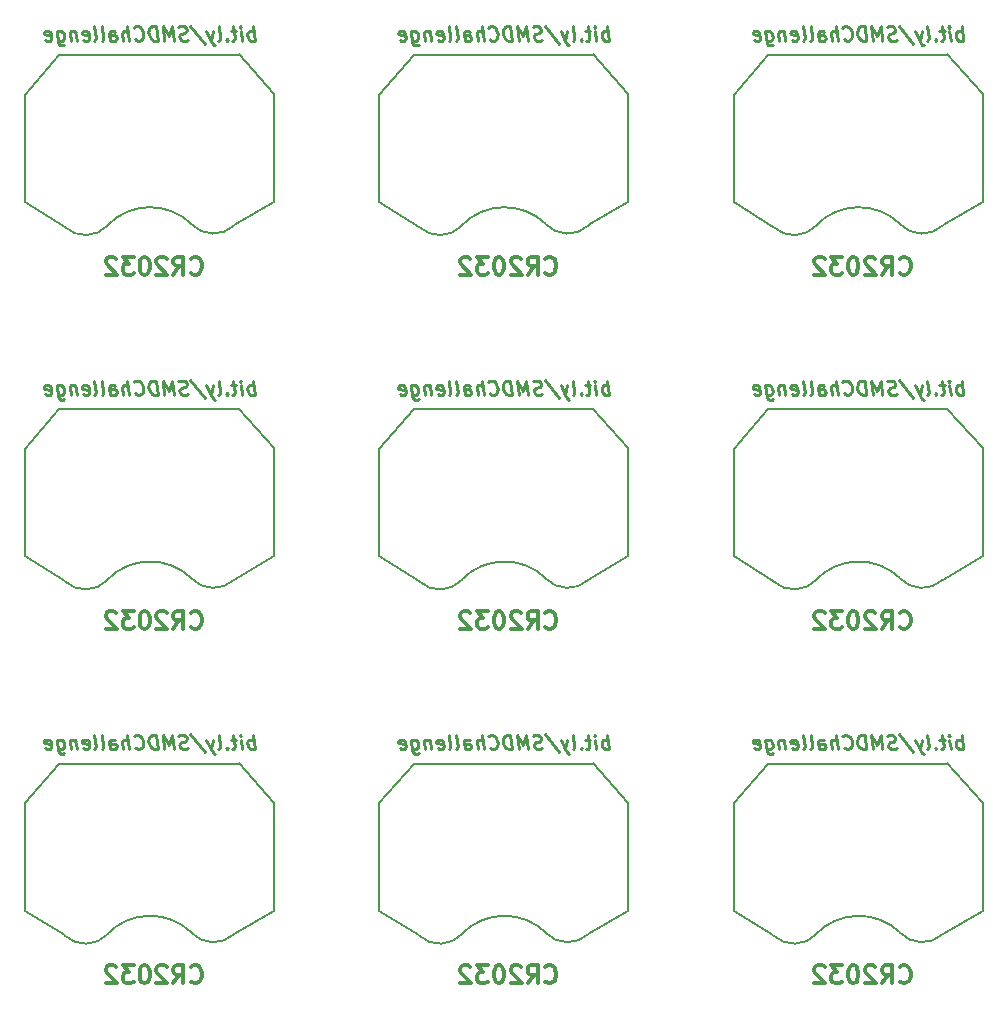
<source format=gbo>
%MOIN*%
%OFA0B0*%
%FSLAX46Y46*%
%IPPOS*%
%LPD*%
%ADD10C,0.0039370078740157488*%
%ADD11C,0.00984251968503937*%
%ADD12C,0.011811023622047244*%
%ADD13C,0.005905511811023622*%
%ADD24C,0.0039370078740157488*%
%ADD25C,0.00984251968503937*%
%ADD26C,0.011811023622047244*%
%ADD27C,0.005905511811023622*%
%ADD28C,0.0039370078740157488*%
%ADD29C,0.00984251968503937*%
%ADD30C,0.011811023622047244*%
%ADD31C,0.005905511811023622*%
%ADD32C,0.0039370078740157488*%
%ADD33C,0.00984251968503937*%
%ADD34C,0.011811023622047244*%
%ADD35C,0.005905511811023622*%
%ADD36C,0.0039370078740157488*%
%ADD37C,0.00984251968503937*%
%ADD38C,0.011811023622047244*%
%ADD39C,0.005905511811023622*%
%ADD40C,0.0039370078740157488*%
%ADD41C,0.00984251968503937*%
%ADD42C,0.011811023622047244*%
%ADD43C,0.005905511811023622*%
%ADD44C,0.0039370078740157488*%
%ADD45C,0.00984251968503937*%
%ADD46C,0.011811023622047244*%
%ADD47C,0.005905511811023622*%
%ADD48C,0.0039370078740157488*%
%ADD49C,0.00984251968503937*%
%ADD50C,0.011811023622047244*%
%ADD51C,0.005905511811023622*%
%ADD52C,0.0039370078740157488*%
%ADD53C,0.00984251968503937*%
%ADD54C,0.011811023622047244*%
%ADD55C,0.005905511811023622*%
G01*
D10*
D11*
X0000882885Y0000840070D02*
X0000876979Y0000887314D01*
X0000879229Y0000869317D02*
X0000874448Y0000871566D01*
X0000865449Y0000871566D01*
X0000861231Y0000869317D01*
X0000859263Y0000867067D01*
X0000857575Y0000862567D01*
X0000859263Y0000849069D01*
X0000862075Y0000844570D01*
X0000864606Y0000842320D01*
X0000869386Y0000840070D01*
X0000878385Y0000840070D01*
X0000882603Y0000842320D01*
X0000840140Y0000840070D02*
X0000836203Y0000871566D01*
X0000834235Y0000887314D02*
X0000836765Y0000885065D01*
X0000834797Y0000882815D01*
X0000832266Y0000885065D01*
X0000834235Y0000887314D01*
X0000834797Y0000882815D01*
X0000820455Y0000871566D02*
X0000802457Y0000871566D01*
X0000811737Y0000887314D02*
X0000816799Y0000846819D01*
X0000815112Y0000842320D01*
X0000810894Y0000840070D01*
X0000806394Y0000840070D01*
X0000790084Y0000844570D02*
X0000788115Y0000842320D01*
X0000790646Y0000840070D01*
X0000792615Y0000842320D01*
X0000790084Y0000844570D01*
X0000790646Y0000840070D01*
X0000761400Y0000840070D02*
X0000765618Y0000842320D01*
X0000767305Y0000846819D01*
X0000762244Y0000887314D01*
X0000743965Y0000871566D02*
X0000736653Y0000840070D01*
X0000721467Y0000871566D02*
X0000736653Y0000840070D01*
X0000742558Y0000828822D01*
X0000745089Y0000826572D01*
X0000749870Y0000824322D01*
X0000667474Y0000889564D02*
X0000715562Y0000828822D01*
X0000659881Y0000842320D02*
X0000653413Y0000840070D01*
X0000642165Y0000840070D01*
X0000637384Y0000842320D01*
X0000634853Y0000844570D01*
X0000632041Y0000849069D01*
X0000631479Y0000853569D01*
X0000633166Y0000858068D01*
X0000635134Y0000860318D01*
X0000639353Y0000862567D01*
X0000648070Y0000864817D01*
X0000652289Y0000867067D01*
X0000654257Y0000869317D01*
X0000655944Y0000873816D01*
X0000655382Y0000878315D01*
X0000652570Y0000882815D01*
X0000650039Y0000885065D01*
X0000645258Y0000887314D01*
X0000634010Y0000887314D01*
X0000627542Y0000885065D01*
X0000612918Y0000840070D02*
X0000607013Y0000887314D01*
X0000595483Y0000853569D01*
X0000575517Y0000887314D01*
X0000581422Y0000840070D01*
X0000558925Y0000840070D02*
X0000553020Y0000887314D01*
X0000541771Y0000887314D01*
X0000535303Y0000885065D01*
X0000531366Y0000880565D01*
X0000529679Y0000876066D01*
X0000528554Y0000867067D01*
X0000529398Y0000860318D01*
X0000532772Y0000851319D01*
X0000535584Y0000846819D01*
X0000540646Y0000842320D01*
X0000547677Y0000840070D01*
X0000558925Y0000840070D01*
X0000484122Y0000844570D02*
X0000486653Y0000842320D01*
X0000493683Y0000840070D01*
X0000498183Y0000840070D01*
X0000504651Y0000842320D01*
X0000508588Y0000846819D01*
X0000510275Y0000851319D01*
X0000511400Y0000860318D01*
X0000510556Y0000867067D01*
X0000507182Y0000876066D01*
X0000504370Y0000880565D01*
X0000499308Y0000885065D01*
X0000492277Y0000887314D01*
X0000487778Y0000887314D01*
X0000481310Y0000885065D01*
X0000479341Y0000882815D01*
X0000464437Y0000840070D02*
X0000458531Y0000887314D01*
X0000444190Y0000840070D02*
X0000441096Y0000864817D01*
X0000442783Y0000869317D01*
X0000447002Y0000871566D01*
X0000453751Y0000871566D01*
X0000458531Y0000869317D01*
X0000461062Y0000867067D01*
X0000401445Y0000840070D02*
X0000398352Y0000864817D01*
X0000400039Y0000869317D01*
X0000404257Y0000871566D01*
X0000413256Y0000871566D01*
X0000418037Y0000869317D01*
X0000401164Y0000842320D02*
X0000405944Y0000840070D01*
X0000417193Y0000840070D01*
X0000421411Y0000842320D01*
X0000423098Y0000846819D01*
X0000422536Y0000851319D01*
X0000419724Y0000855818D01*
X0000414943Y0000858068D01*
X0000403695Y0000858068D01*
X0000398914Y0000860318D01*
X0000372199Y0000840070D02*
X0000376417Y0000842320D01*
X0000378104Y0000846819D01*
X0000373042Y0000887314D01*
X0000347452Y0000840070D02*
X0000351670Y0000842320D01*
X0000353357Y0000846819D01*
X0000348295Y0000887314D01*
X0000311175Y0000842320D02*
X0000315956Y0000840070D01*
X0000324954Y0000840070D01*
X0000329173Y0000842320D01*
X0000330860Y0000846819D01*
X0000328610Y0000864817D01*
X0000325798Y0000869317D01*
X0000321017Y0000871566D01*
X0000312019Y0000871566D01*
X0000307800Y0000869317D01*
X0000306113Y0000864817D01*
X0000306675Y0000860318D01*
X0000329735Y0000855818D01*
X0000285022Y0000871566D02*
X0000288959Y0000840070D01*
X0000285584Y0000867067D02*
X0000283053Y0000869317D01*
X0000278273Y0000871566D01*
X0000271524Y0000871566D01*
X0000267305Y0000869317D01*
X0000265618Y0000864817D01*
X0000268712Y0000840070D01*
X0000222030Y0000871566D02*
X0000226811Y0000833321D01*
X0000229623Y0000828822D01*
X0000232154Y0000826572D01*
X0000236934Y0000824322D01*
X0000243683Y0000824322D01*
X0000247902Y0000826572D01*
X0000225686Y0000842320D02*
X0000230466Y0000840070D01*
X0000239465Y0000840070D01*
X0000243683Y0000842320D01*
X0000245652Y0000844570D01*
X0000247339Y0000849069D01*
X0000245652Y0000862567D01*
X0000242840Y0000867067D01*
X0000240309Y0000869317D01*
X0000235528Y0000871566D01*
X0000226529Y0000871566D01*
X0000222311Y0000869317D01*
X0000185191Y0000842320D02*
X0000189971Y0000840070D01*
X0000198970Y0000840070D01*
X0000203188Y0000842320D01*
X0000204876Y0000846819D01*
X0000202626Y0000864817D01*
X0000199814Y0000869317D01*
X0000195033Y0000871566D01*
X0000186034Y0000871566D01*
X0000181816Y0000869317D01*
X0000180129Y0000864817D01*
X0000180691Y0000860318D01*
X0000203751Y0000855818D01*
D12*
X0000670241Y0000065351D02*
X0000673053Y0000062539D01*
X0000681490Y0000059727D01*
X0000687114Y0000059727D01*
X0000695551Y0000062539D01*
X0000701175Y0000068164D01*
X0000703987Y0000073788D01*
X0000706799Y0000085037D01*
X0000706799Y0000093473D01*
X0000703987Y0000104722D01*
X0000701175Y0000110346D01*
X0000695551Y0000115970D01*
X0000687114Y0000118782D01*
X0000681490Y0000118782D01*
X0000673053Y0000115970D01*
X0000670241Y0000113158D01*
X0000611186Y0000059727D02*
X0000630871Y0000087849D01*
X0000644932Y0000059727D02*
X0000644932Y0000118782D01*
X0000622435Y0000118782D01*
X0000616810Y0000115970D01*
X0000613998Y0000113158D01*
X0000611186Y0000107534D01*
X0000611186Y0000099097D01*
X0000613998Y0000093473D01*
X0000616810Y0000090661D01*
X0000622435Y0000087849D01*
X0000644932Y0000087849D01*
X0000588689Y0000113158D02*
X0000585877Y0000115970D01*
X0000580253Y0000118782D01*
X0000566192Y0000118782D01*
X0000560567Y0000115970D01*
X0000557755Y0000113158D01*
X0000554943Y0000107534D01*
X0000554943Y0000101909D01*
X0000557755Y0000093473D01*
X0000591501Y0000059727D01*
X0000554943Y0000059727D01*
X0000518385Y0000118782D02*
X0000512761Y0000118782D01*
X0000507137Y0000115970D01*
X0000504325Y0000113158D01*
X0000501512Y0000107534D01*
X0000498700Y0000096285D01*
X0000498700Y0000082224D01*
X0000501512Y0000070976D01*
X0000504325Y0000065351D01*
X0000507137Y0000062539D01*
X0000512761Y0000059727D01*
X0000518385Y0000059727D01*
X0000524010Y0000062539D01*
X0000526822Y0000065351D01*
X0000529634Y0000070976D01*
X0000532446Y0000082224D01*
X0000532446Y0000096285D01*
X0000529634Y0000107534D01*
X0000526822Y0000113158D01*
X0000524010Y0000115970D01*
X0000518385Y0000118782D01*
X0000479015Y0000118782D02*
X0000442457Y0000118782D01*
X0000462142Y0000096285D01*
X0000453706Y0000096285D01*
X0000448082Y0000093473D01*
X0000445269Y0000090661D01*
X0000442457Y0000085037D01*
X0000442457Y0000070976D01*
X0000445269Y0000065351D01*
X0000448082Y0000062539D01*
X0000453706Y0000059727D01*
X0000470579Y0000059727D01*
X0000476203Y0000062539D01*
X0000479015Y0000065351D01*
X0000419960Y0000113158D02*
X0000417148Y0000115970D01*
X0000411524Y0000118782D01*
X0000397463Y0000118782D01*
X0000391839Y0000115970D01*
X0000389026Y0000113158D01*
X0000386214Y0000107534D01*
X0000386214Y0000101909D01*
X0000389026Y0000093473D01*
X0000422772Y0000059727D01*
X0000386214Y0000059727D01*
D13*
X0000814007Y0000223943D02*
X0000946507Y0000301443D01*
X0000249007Y0000218943D02*
X0000116507Y0000301443D01*
X0000815007Y0000223943D02*
G75*
G02X0000670007Y0000228943I-0000070000J0000075000D01*
G01*
X0000393507Y0000223943D02*
G75*
G02X0000248507Y0000218943I-0000075000J0000070000D01*
G01*
X0000391507Y0000223943D02*
G75*
G02X0000671507Y0000228943I0000142500J-0000137500D01*
G01*
X0000231507Y0000791443D02*
X0000116507Y0000658943D01*
X0000946507Y0000661443D02*
X0000829007Y0000793943D01*
X0000831507Y0000791443D02*
X0000231507Y0000791443D01*
X0000946507Y0000301443D02*
X0000946507Y0000661443D01*
X0000116507Y0000301443D02*
X0000116507Y0000661443D01*
G04 next file*
G04 #@! TF.FileFunction,Legend,Bot*
G04 Gerber Fmt 4.6, Leading zero omitted, Abs format (unit mm)*
G04 Created by KiCad (PCBNEW 4.0.6) date 08/25/20 16:41:01*
G01*
G04 APERTURE LIST*
G04 APERTURE END LIST*
D24*
D25*
X0002064009Y0000840070D02*
X0002058104Y0000887314D01*
X0002060354Y0000869317D02*
X0002055573Y0000871566D01*
X0002046574Y0000871566D01*
X0002042356Y0000869317D01*
X0002040387Y0000867067D01*
X0002038700Y0000862567D01*
X0002040387Y0000849069D01*
X0002043199Y0000844570D01*
X0002045730Y0000842320D01*
X0002050511Y0000840070D01*
X0002059510Y0000840070D01*
X0002063728Y0000842320D01*
X0002021265Y0000840070D02*
X0002017328Y0000871566D01*
X0002015359Y0000887314D02*
X0002017890Y0000885065D01*
X0002015922Y0000882815D01*
X0002013391Y0000885065D01*
X0002015359Y0000887314D01*
X0002015922Y0000882815D01*
X0002001580Y0000871566D02*
X0001983582Y0000871566D01*
X0001992862Y0000887314D02*
X0001997924Y0000846819D01*
X0001996237Y0000842320D01*
X0001992018Y0000840070D01*
X0001987519Y0000840070D01*
X0001971208Y0000844570D02*
X0001969240Y0000842320D01*
X0001971771Y0000840070D01*
X0001973739Y0000842320D01*
X0001971208Y0000844570D01*
X0001971771Y0000840070D01*
X0001942524Y0000840070D02*
X0001946743Y0000842320D01*
X0001948430Y0000846819D01*
X0001943368Y0000887314D01*
X0001925089Y0000871566D02*
X0001917778Y0000840070D01*
X0001902592Y0000871566D02*
X0001917778Y0000840070D01*
X0001923683Y0000828822D01*
X0001926214Y0000826572D01*
X0001930995Y0000824322D01*
X0001848599Y0000889564D02*
X0001896686Y0000828822D01*
X0001841006Y0000842320D02*
X0001834538Y0000840070D01*
X0001823289Y0000840070D01*
X0001818509Y0000842320D01*
X0001815978Y0000844570D01*
X0001813166Y0000849069D01*
X0001812603Y0000853569D01*
X0001814290Y0000858068D01*
X0001816259Y0000860318D01*
X0001820477Y0000862567D01*
X0001829195Y0000864817D01*
X0001833413Y0000867067D01*
X0001835382Y0000869317D01*
X0001837069Y0000873816D01*
X0001836507Y0000878315D01*
X0001833694Y0000882815D01*
X0001831163Y0000885065D01*
X0001826383Y0000887314D01*
X0001815134Y0000887314D01*
X0001808666Y0000885065D01*
X0001794043Y0000840070D02*
X0001788138Y0000887314D01*
X0001776608Y0000853569D01*
X0001756641Y0000887314D01*
X0001762547Y0000840070D01*
X0001740050Y0000840070D02*
X0001734144Y0000887314D01*
X0001722896Y0000887314D01*
X0001716428Y0000885065D01*
X0001712491Y0000880565D01*
X0001710803Y0000876066D01*
X0001709679Y0000867067D01*
X0001710522Y0000860318D01*
X0001713897Y0000851319D01*
X0001716709Y0000846819D01*
X0001721771Y0000842320D01*
X0001728801Y0000840070D01*
X0001740050Y0000840070D01*
X0001665247Y0000844570D02*
X0001667778Y0000842320D01*
X0001674808Y0000840070D01*
X0001679307Y0000840070D01*
X0001685775Y0000842320D01*
X0001689712Y0000846819D01*
X0001691400Y0000851319D01*
X0001692524Y0000860318D01*
X0001691681Y0000867067D01*
X0001688306Y0000876066D01*
X0001685494Y0000880565D01*
X0001680432Y0000885065D01*
X0001673402Y0000887314D01*
X0001668902Y0000887314D01*
X0001662434Y0000885065D01*
X0001660466Y0000882815D01*
X0001645562Y0000840070D02*
X0001639656Y0000887314D01*
X0001625314Y0000840070D02*
X0001622221Y0000864817D01*
X0001623908Y0000869317D01*
X0001628126Y0000871566D01*
X0001634875Y0000871566D01*
X0001639656Y0000869317D01*
X0001642187Y0000867067D01*
X0001582569Y0000840070D02*
X0001579476Y0000864817D01*
X0001581163Y0000869317D01*
X0001585382Y0000871566D01*
X0001594380Y0000871566D01*
X0001599161Y0000869317D01*
X0001582288Y0000842320D02*
X0001587069Y0000840070D01*
X0001598317Y0000840070D01*
X0001602536Y0000842320D01*
X0001604223Y0000846819D01*
X0001603661Y0000851319D01*
X0001600848Y0000855818D01*
X0001596068Y0000858068D01*
X0001584819Y0000858068D01*
X0001580039Y0000860318D01*
X0001553323Y0000840070D02*
X0001557541Y0000842320D01*
X0001559229Y0000846819D01*
X0001554167Y0000887314D01*
X0001528576Y0000840070D02*
X0001532794Y0000842320D01*
X0001534482Y0000846819D01*
X0001529420Y0000887314D01*
X0001492300Y0000842320D02*
X0001497080Y0000840070D01*
X0001506079Y0000840070D01*
X0001510297Y0000842320D01*
X0001511985Y0000846819D01*
X0001509735Y0000864817D01*
X0001506923Y0000869317D01*
X0001502142Y0000871566D01*
X0001493143Y0000871566D01*
X0001488925Y0000869317D01*
X0001487238Y0000864817D01*
X0001487800Y0000860318D01*
X0001510860Y0000855818D01*
X0001466147Y0000871566D02*
X0001470084Y0000840070D01*
X0001466709Y0000867067D02*
X0001464178Y0000869317D01*
X0001459397Y0000871566D01*
X0001452648Y0000871566D01*
X0001448430Y0000869317D01*
X0001446743Y0000864817D01*
X0001449836Y0000840070D01*
X0001403154Y0000871566D02*
X0001407935Y0000833321D01*
X0001410747Y0000828822D01*
X0001413278Y0000826572D01*
X0001418059Y0000824322D01*
X0001424808Y0000824322D01*
X0001429026Y0000826572D01*
X0001406810Y0000842320D02*
X0001411591Y0000840070D01*
X0001420590Y0000840070D01*
X0001424808Y0000842320D01*
X0001426777Y0000844570D01*
X0001428464Y0000849069D01*
X0001426777Y0000862567D01*
X0001423964Y0000867067D01*
X0001421433Y0000869317D01*
X0001416653Y0000871566D01*
X0001407654Y0000871566D01*
X0001403436Y0000869317D01*
X0001366315Y0000842320D02*
X0001371096Y0000840070D01*
X0001380095Y0000840070D01*
X0001384313Y0000842320D01*
X0001386000Y0000846819D01*
X0001383751Y0000864817D01*
X0001380939Y0000869317D01*
X0001376158Y0000871566D01*
X0001367159Y0000871566D01*
X0001362941Y0000869317D01*
X0001361253Y0000864817D01*
X0001361816Y0000860318D01*
X0001384876Y0000855818D01*
D26*
X0001851366Y0000065351D02*
X0001854178Y0000062539D01*
X0001862615Y0000059727D01*
X0001868239Y0000059727D01*
X0001876675Y0000062539D01*
X0001882300Y0000068164D01*
X0001885112Y0000073788D01*
X0001887924Y0000085037D01*
X0001887924Y0000093473D01*
X0001885112Y0000104722D01*
X0001882300Y0000110346D01*
X0001876675Y0000115970D01*
X0001868239Y0000118782D01*
X0001862615Y0000118782D01*
X0001854178Y0000115970D01*
X0001851366Y0000113158D01*
X0001792311Y0000059727D02*
X0001811996Y0000087849D01*
X0001826057Y0000059727D02*
X0001826057Y0000118782D01*
X0001803559Y0000118782D01*
X0001797935Y0000115970D01*
X0001795123Y0000113158D01*
X0001792311Y0000107534D01*
X0001792311Y0000099097D01*
X0001795123Y0000093473D01*
X0001797935Y0000090661D01*
X0001803559Y0000087849D01*
X0001826057Y0000087849D01*
X0001769814Y0000113158D02*
X0001767001Y0000115970D01*
X0001761377Y0000118782D01*
X0001747316Y0000118782D01*
X0001741692Y0000115970D01*
X0001738880Y0000113158D01*
X0001736068Y0000107534D01*
X0001736068Y0000101909D01*
X0001738880Y0000093473D01*
X0001772626Y0000059727D01*
X0001736068Y0000059727D01*
X0001699510Y0000118782D02*
X0001693886Y0000118782D01*
X0001688261Y0000115970D01*
X0001685449Y0000113158D01*
X0001682637Y0000107534D01*
X0001679825Y0000096285D01*
X0001679825Y0000082224D01*
X0001682637Y0000070976D01*
X0001685449Y0000065351D01*
X0001688261Y0000062539D01*
X0001693886Y0000059727D01*
X0001699510Y0000059727D01*
X0001705134Y0000062539D01*
X0001707946Y0000065351D01*
X0001710758Y0000070976D01*
X0001713571Y0000082224D01*
X0001713571Y0000096285D01*
X0001710758Y0000107534D01*
X0001707946Y0000113158D01*
X0001705134Y0000115970D01*
X0001699510Y0000118782D01*
X0001660140Y0000118782D02*
X0001623582Y0000118782D01*
X0001643267Y0000096285D01*
X0001634830Y0000096285D01*
X0001629206Y0000093473D01*
X0001626394Y0000090661D01*
X0001623582Y0000085037D01*
X0001623582Y0000070976D01*
X0001626394Y0000065351D01*
X0001629206Y0000062539D01*
X0001634830Y0000059727D01*
X0001651703Y0000059727D01*
X0001657328Y0000062539D01*
X0001660140Y0000065351D01*
X0001601085Y0000113158D02*
X0001598273Y0000115970D01*
X0001592648Y0000118782D01*
X0001578588Y0000118782D01*
X0001572963Y0000115970D01*
X0001570151Y0000113158D01*
X0001567339Y0000107534D01*
X0001567339Y0000101909D01*
X0001570151Y0000093473D01*
X0001603897Y0000059727D01*
X0001567339Y0000059727D01*
D27*
X0001995131Y0000223943D02*
X0002127631Y0000301443D01*
X0001430131Y0000218943D02*
X0001297631Y0000301443D01*
X0001996131Y0000223943D02*
G75*
G02X0001851131Y0000228943I-0000070000J0000075000D01*
G01*
X0001574631Y0000223943D02*
G75*
G02X0001429631Y0000218943I-0000075000J0000070000D01*
G01*
X0001572631Y0000223943D02*
G75*
G02X0001852631Y0000228943I0000142500J-0000137500D01*
G01*
X0001412631Y0000791443D02*
X0001297631Y0000658943D01*
X0002127631Y0000661443D02*
X0002010131Y0000793943D01*
X0002012631Y0000791443D02*
X0001412631Y0000791443D01*
X0002127631Y0000301443D02*
X0002127631Y0000661443D01*
X0001297631Y0000301443D02*
X0001297631Y0000661443D01*
G04 next file*
G04 #@! TF.FileFunction,Legend,Bot*
G04 Gerber Fmt 4.6, Leading zero omitted, Abs format (unit mm)*
G04 Created by KiCad (PCBNEW 4.0.6) date 08/25/20 16:41:01*
G01*
G04 APERTURE LIST*
G04 APERTURE END LIST*
D28*
D29*
X0003245135Y0000840070D02*
X0003239229Y0000887314D01*
X0003241479Y0000869317D02*
X0003236698Y0000871566D01*
X0003227699Y0000871566D01*
X0003223481Y0000869317D01*
X0003221512Y0000867067D01*
X0003219825Y0000862567D01*
X0003221512Y0000849069D01*
X0003224325Y0000844570D01*
X0003226856Y0000842320D01*
X0003231636Y0000840070D01*
X0003240635Y0000840070D01*
X0003244853Y0000842320D01*
X0003202390Y0000840070D02*
X0003198453Y0000871566D01*
X0003196484Y0000887314D02*
X0003199015Y0000885065D01*
X0003197047Y0000882815D01*
X0003194516Y0000885065D01*
X0003196484Y0000887314D01*
X0003197047Y0000882815D01*
X0003182705Y0000871566D02*
X0003164707Y0000871566D01*
X0003173987Y0000887314D02*
X0003179049Y0000846819D01*
X0003177362Y0000842320D01*
X0003173143Y0000840070D01*
X0003168644Y0000840070D01*
X0003152334Y0000844570D02*
X0003150365Y0000842320D01*
X0003152896Y0000840070D01*
X0003154865Y0000842320D01*
X0003152334Y0000844570D01*
X0003152896Y0000840070D01*
X0003123650Y0000840070D02*
X0003127868Y0000842320D01*
X0003129555Y0000846819D01*
X0003124493Y0000887314D01*
X0003106214Y0000871566D02*
X0003098903Y0000840070D01*
X0003083717Y0000871566D02*
X0003098903Y0000840070D01*
X0003104808Y0000828822D01*
X0003107339Y0000826572D01*
X0003112120Y0000824322D01*
X0003029724Y0000889564D02*
X0003077812Y0000828822D01*
X0003022131Y0000842320D02*
X0003015663Y0000840070D01*
X0003004415Y0000840070D01*
X0002999634Y0000842320D01*
X0002997103Y0000844570D01*
X0002994291Y0000849069D01*
X0002993728Y0000853569D01*
X0002995416Y0000858068D01*
X0002997384Y0000860318D01*
X0003001602Y0000862567D01*
X0003010320Y0000864817D01*
X0003014538Y0000867067D01*
X0003016507Y0000869317D01*
X0003018194Y0000873816D01*
X0003017632Y0000878315D01*
X0003014820Y0000882815D01*
X0003012289Y0000885065D01*
X0003007508Y0000887314D01*
X0002996259Y0000887314D01*
X0002989791Y0000885065D01*
X0002975168Y0000840070D02*
X0002969263Y0000887314D01*
X0002957733Y0000853569D01*
X0002937767Y0000887314D01*
X0002943672Y0000840070D01*
X0002921175Y0000840070D02*
X0002915269Y0000887314D01*
X0002904021Y0000887314D01*
X0002897553Y0000885065D01*
X0002893616Y0000880565D01*
X0002891929Y0000876066D01*
X0002890804Y0000867067D01*
X0002891647Y0000860318D01*
X0002895022Y0000851319D01*
X0002897834Y0000846819D01*
X0002902896Y0000842320D01*
X0002909926Y0000840070D01*
X0002921175Y0000840070D01*
X0002846372Y0000844570D02*
X0002848903Y0000842320D01*
X0002855933Y0000840070D01*
X0002860433Y0000840070D01*
X0002866900Y0000842320D01*
X0002870838Y0000846819D01*
X0002872525Y0000851319D01*
X0002873650Y0000860318D01*
X0002872806Y0000867067D01*
X0002869431Y0000876066D01*
X0002866619Y0000880565D01*
X0002861557Y0000885065D01*
X0002854527Y0000887314D01*
X0002850028Y0000887314D01*
X0002843560Y0000885065D01*
X0002841591Y0000882815D01*
X0002826687Y0000840070D02*
X0002820781Y0000887314D01*
X0002806439Y0000840070D02*
X0002803346Y0000864817D01*
X0002805033Y0000869317D01*
X0002809251Y0000871566D01*
X0002816001Y0000871566D01*
X0002820781Y0000869317D01*
X0002823312Y0000867067D01*
X0002763695Y0000840070D02*
X0002760601Y0000864817D01*
X0002762289Y0000869317D01*
X0002766507Y0000871566D01*
X0002775506Y0000871566D01*
X0002780286Y0000869317D01*
X0002763413Y0000842320D02*
X0002768194Y0000840070D01*
X0002779443Y0000840070D01*
X0002783661Y0000842320D01*
X0002785348Y0000846819D01*
X0002784786Y0000851319D01*
X0002781974Y0000855818D01*
X0002777193Y0000858068D01*
X0002765944Y0000858068D01*
X0002761164Y0000860318D01*
X0002734448Y0000840070D02*
X0002738667Y0000842320D01*
X0002740354Y0000846819D01*
X0002735292Y0000887314D01*
X0002709701Y0000840070D02*
X0002713920Y0000842320D01*
X0002715607Y0000846819D01*
X0002710545Y0000887314D01*
X0002673425Y0000842320D02*
X0002678205Y0000840070D01*
X0002687204Y0000840070D01*
X0002691422Y0000842320D01*
X0002693110Y0000846819D01*
X0002690860Y0000864817D01*
X0002688048Y0000869317D01*
X0002683267Y0000871566D01*
X0002674268Y0000871566D01*
X0002670050Y0000869317D01*
X0002668363Y0000864817D01*
X0002668925Y0000860318D01*
X0002691985Y0000855818D01*
X0002647272Y0000871566D02*
X0002651209Y0000840070D01*
X0002647834Y0000867067D02*
X0002645303Y0000869317D01*
X0002640523Y0000871566D01*
X0002633773Y0000871566D01*
X0002629555Y0000869317D01*
X0002627868Y0000864817D01*
X0002630961Y0000840070D01*
X0002584280Y0000871566D02*
X0002589060Y0000833321D01*
X0002591872Y0000828822D01*
X0002594403Y0000826572D01*
X0002599184Y0000824322D01*
X0002605933Y0000824322D01*
X0002610151Y0000826572D01*
X0002587935Y0000842320D02*
X0002592716Y0000840070D01*
X0002601715Y0000840070D01*
X0002605933Y0000842320D01*
X0002607902Y0000844570D01*
X0002609589Y0000849069D01*
X0002607902Y0000862567D01*
X0002605090Y0000867067D01*
X0002602559Y0000869317D01*
X0002597778Y0000871566D01*
X0002588779Y0000871566D01*
X0002584561Y0000869317D01*
X0002547441Y0000842320D02*
X0002552221Y0000840070D01*
X0002561220Y0000840070D01*
X0002565438Y0000842320D01*
X0002567126Y0000846819D01*
X0002564876Y0000864817D01*
X0002562064Y0000869317D01*
X0002557283Y0000871566D01*
X0002548284Y0000871566D01*
X0002544066Y0000869317D01*
X0002542379Y0000864817D01*
X0002542941Y0000860318D01*
X0002566001Y0000855818D01*
D30*
X0003032491Y0000065351D02*
X0003035303Y0000062539D01*
X0003043740Y0000059727D01*
X0003049364Y0000059727D01*
X0003057800Y0000062539D01*
X0003063425Y0000068164D01*
X0003066237Y0000073788D01*
X0003069049Y0000085037D01*
X0003069049Y0000093473D01*
X0003066237Y0000104722D01*
X0003063425Y0000110346D01*
X0003057800Y0000115970D01*
X0003049364Y0000118782D01*
X0003043740Y0000118782D01*
X0003035303Y0000115970D01*
X0003032491Y0000113158D01*
X0002973436Y0000059727D02*
X0002993121Y0000087849D01*
X0003007182Y0000059727D02*
X0003007182Y0000118782D01*
X0002984685Y0000118782D01*
X0002979060Y0000115970D01*
X0002976248Y0000113158D01*
X0002973436Y0000107534D01*
X0002973436Y0000099097D01*
X0002976248Y0000093473D01*
X0002979060Y0000090661D01*
X0002984685Y0000087849D01*
X0003007182Y0000087849D01*
X0002950939Y0000113158D02*
X0002948127Y0000115970D01*
X0002942502Y0000118782D01*
X0002928442Y0000118782D01*
X0002922817Y0000115970D01*
X0002920005Y0000113158D01*
X0002917193Y0000107534D01*
X0002917193Y0000101909D01*
X0002920005Y0000093473D01*
X0002953751Y0000059727D01*
X0002917193Y0000059727D01*
X0002880635Y0000118782D02*
X0002875011Y0000118782D01*
X0002869387Y0000115970D01*
X0002866574Y0000113158D01*
X0002863762Y0000107534D01*
X0002860950Y0000096285D01*
X0002860950Y0000082224D01*
X0002863762Y0000070976D01*
X0002866574Y0000065351D01*
X0002869387Y0000062539D01*
X0002875011Y0000059727D01*
X0002880635Y0000059727D01*
X0002886259Y0000062539D01*
X0002889072Y0000065351D01*
X0002891884Y0000070976D01*
X0002894696Y0000082224D01*
X0002894696Y0000096285D01*
X0002891884Y0000107534D01*
X0002889072Y0000113158D01*
X0002886259Y0000115970D01*
X0002880635Y0000118782D01*
X0002841265Y0000118782D02*
X0002804707Y0000118782D01*
X0002824392Y0000096285D01*
X0002815956Y0000096285D01*
X0002810331Y0000093473D01*
X0002807519Y0000090661D01*
X0002804707Y0000085037D01*
X0002804707Y0000070976D01*
X0002807519Y0000065351D01*
X0002810331Y0000062539D01*
X0002815956Y0000059727D01*
X0002832829Y0000059727D01*
X0002838453Y0000062539D01*
X0002841265Y0000065351D01*
X0002782210Y0000113158D02*
X0002779398Y0000115970D01*
X0002773773Y0000118782D01*
X0002759713Y0000118782D01*
X0002754088Y0000115970D01*
X0002751276Y0000113158D01*
X0002748464Y0000107534D01*
X0002748464Y0000101909D01*
X0002751276Y0000093473D01*
X0002785022Y0000059727D01*
X0002748464Y0000059727D01*
D31*
X0003176257Y0000223943D02*
X0003308757Y0000301443D01*
X0002611257Y0000218943D02*
X0002478757Y0000301443D01*
X0003177257Y0000223943D02*
G75*
G02X0003032257Y0000228943I-0000070000J0000075000D01*
G01*
X0002755757Y0000223943D02*
G75*
G02X0002610757Y0000218943I-0000075000J0000070000D01*
G01*
X0002753757Y0000223943D02*
G75*
G02X0003033757Y0000228943I0000142500J-0000137500D01*
G01*
X0002593757Y0000791443D02*
X0002478757Y0000658943D01*
X0003308757Y0000661443D02*
X0003191257Y0000793943D01*
X0003193757Y0000791443D02*
X0002593757Y0000791443D01*
X0003308757Y0000301443D02*
X0003308757Y0000661443D01*
X0002478757Y0000301443D02*
X0002478757Y0000661443D01*
G04 next file*
G04 #@! TF.FileFunction,Legend,Bot*
G04 Gerber Fmt 4.6, Leading zero omitted, Abs format (unit mm)*
G04 Created by KiCad (PCBNEW 4.0.6) date 08/25/20 16:41:01*
G01*
G04 APERTURE LIST*
G04 APERTURE END LIST*
D32*
D33*
X0000882885Y0002021066D02*
X0000876979Y0002068310D01*
X0000879229Y0002050313D02*
X0000874448Y0002052562D01*
X0000865449Y0002052562D01*
X0000861231Y0002050313D01*
X0000859263Y0002048063D01*
X0000857575Y0002043563D01*
X0000859263Y0002030065D01*
X0000862075Y0002025566D01*
X0000864606Y0002023316D01*
X0000869386Y0002021066D01*
X0000878385Y0002021066D01*
X0000882603Y0002023316D01*
X0000840140Y0002021066D02*
X0000836203Y0002052562D01*
X0000834235Y0002068310D02*
X0000836765Y0002066061D01*
X0000834797Y0002063811D01*
X0000832266Y0002066061D01*
X0000834235Y0002068310D01*
X0000834797Y0002063811D01*
X0000820455Y0002052562D02*
X0000802457Y0002052562D01*
X0000811737Y0002068310D02*
X0000816799Y0002027815D01*
X0000815112Y0002023316D01*
X0000810894Y0002021066D01*
X0000806394Y0002021066D01*
X0000790084Y0002025566D02*
X0000788115Y0002023316D01*
X0000790646Y0002021066D01*
X0000792615Y0002023316D01*
X0000790084Y0002025566D01*
X0000790646Y0002021066D01*
X0000761400Y0002021066D02*
X0000765618Y0002023316D01*
X0000767305Y0002027815D01*
X0000762244Y0002068310D01*
X0000743965Y0002052562D02*
X0000736653Y0002021066D01*
X0000721467Y0002052562D02*
X0000736653Y0002021066D01*
X0000742558Y0002009818D01*
X0000745089Y0002007568D01*
X0000749870Y0002005318D01*
X0000667474Y0002070560D02*
X0000715562Y0002009818D01*
X0000659881Y0002023316D02*
X0000653413Y0002021066D01*
X0000642165Y0002021066D01*
X0000637384Y0002023316D01*
X0000634853Y0002025566D01*
X0000632041Y0002030065D01*
X0000631479Y0002034565D01*
X0000633166Y0002039064D01*
X0000635134Y0002041314D01*
X0000639353Y0002043563D01*
X0000648070Y0002045813D01*
X0000652289Y0002048063D01*
X0000654257Y0002050313D01*
X0000655944Y0002054812D01*
X0000655382Y0002059311D01*
X0000652570Y0002063811D01*
X0000650039Y0002066061D01*
X0000645258Y0002068310D01*
X0000634010Y0002068310D01*
X0000627542Y0002066061D01*
X0000612918Y0002021066D02*
X0000607013Y0002068310D01*
X0000595483Y0002034565D01*
X0000575517Y0002068310D01*
X0000581422Y0002021066D01*
X0000558925Y0002021066D02*
X0000553020Y0002068310D01*
X0000541771Y0002068310D01*
X0000535303Y0002066061D01*
X0000531366Y0002061561D01*
X0000529679Y0002057062D01*
X0000528554Y0002048063D01*
X0000529398Y0002041314D01*
X0000532772Y0002032315D01*
X0000535584Y0002027815D01*
X0000540646Y0002023316D01*
X0000547677Y0002021066D01*
X0000558925Y0002021066D01*
X0000484122Y0002025566D02*
X0000486653Y0002023316D01*
X0000493683Y0002021066D01*
X0000498183Y0002021066D01*
X0000504651Y0002023316D01*
X0000508588Y0002027815D01*
X0000510275Y0002032315D01*
X0000511400Y0002041314D01*
X0000510556Y0002048063D01*
X0000507182Y0002057062D01*
X0000504370Y0002061561D01*
X0000499308Y0002066061D01*
X0000492277Y0002068310D01*
X0000487778Y0002068310D01*
X0000481310Y0002066061D01*
X0000479341Y0002063811D01*
X0000464437Y0002021066D02*
X0000458531Y0002068310D01*
X0000444190Y0002021066D02*
X0000441096Y0002045813D01*
X0000442783Y0002050313D01*
X0000447002Y0002052562D01*
X0000453751Y0002052562D01*
X0000458531Y0002050313D01*
X0000461062Y0002048063D01*
X0000401445Y0002021066D02*
X0000398352Y0002045813D01*
X0000400039Y0002050313D01*
X0000404257Y0002052562D01*
X0000413256Y0002052562D01*
X0000418037Y0002050313D01*
X0000401164Y0002023316D02*
X0000405944Y0002021066D01*
X0000417193Y0002021066D01*
X0000421411Y0002023316D01*
X0000423098Y0002027815D01*
X0000422536Y0002032315D01*
X0000419724Y0002036814D01*
X0000414943Y0002039064D01*
X0000403695Y0002039064D01*
X0000398914Y0002041314D01*
X0000372199Y0002021066D02*
X0000376417Y0002023316D01*
X0000378104Y0002027815D01*
X0000373042Y0002068310D01*
X0000347452Y0002021066D02*
X0000351670Y0002023316D01*
X0000353357Y0002027815D01*
X0000348295Y0002068310D01*
X0000311175Y0002023316D02*
X0000315956Y0002021066D01*
X0000324954Y0002021066D01*
X0000329173Y0002023316D01*
X0000330860Y0002027815D01*
X0000328610Y0002045813D01*
X0000325798Y0002050313D01*
X0000321017Y0002052562D01*
X0000312019Y0002052562D01*
X0000307800Y0002050313D01*
X0000306113Y0002045813D01*
X0000306675Y0002041314D01*
X0000329735Y0002036814D01*
X0000285022Y0002052562D02*
X0000288959Y0002021066D01*
X0000285584Y0002048063D02*
X0000283053Y0002050313D01*
X0000278273Y0002052562D01*
X0000271524Y0002052562D01*
X0000267305Y0002050313D01*
X0000265618Y0002045813D01*
X0000268712Y0002021066D01*
X0000222030Y0002052562D02*
X0000226811Y0002014317D01*
X0000229623Y0002009818D01*
X0000232154Y0002007568D01*
X0000236934Y0002005318D01*
X0000243683Y0002005318D01*
X0000247902Y0002007568D01*
X0000225686Y0002023316D02*
X0000230466Y0002021066D01*
X0000239465Y0002021066D01*
X0000243683Y0002023316D01*
X0000245652Y0002025566D01*
X0000247339Y0002030065D01*
X0000245652Y0002043563D01*
X0000242840Y0002048063D01*
X0000240309Y0002050313D01*
X0000235528Y0002052562D01*
X0000226529Y0002052562D01*
X0000222311Y0002050313D01*
X0000185191Y0002023316D02*
X0000189971Y0002021066D01*
X0000198970Y0002021066D01*
X0000203188Y0002023316D01*
X0000204876Y0002027815D01*
X0000202626Y0002045813D01*
X0000199814Y0002050313D01*
X0000195033Y0002052562D01*
X0000186034Y0002052562D01*
X0000181816Y0002050313D01*
X0000180129Y0002045813D01*
X0000180691Y0002041314D01*
X0000203751Y0002036814D01*
D34*
X0000670241Y0001246347D02*
X0000673053Y0001243535D01*
X0000681490Y0001240723D01*
X0000687114Y0001240723D01*
X0000695551Y0001243535D01*
X0000701175Y0001249160D01*
X0000703987Y0001254784D01*
X0000706799Y0001266033D01*
X0000706799Y0001274469D01*
X0000703987Y0001285718D01*
X0000701175Y0001291342D01*
X0000695551Y0001296966D01*
X0000687114Y0001299778D01*
X0000681490Y0001299778D01*
X0000673053Y0001296966D01*
X0000670241Y0001294154D01*
X0000611186Y0001240723D02*
X0000630871Y0001268845D01*
X0000644932Y0001240723D02*
X0000644932Y0001299778D01*
X0000622435Y0001299778D01*
X0000616810Y0001296966D01*
X0000613998Y0001294154D01*
X0000611186Y0001288530D01*
X0000611186Y0001280093D01*
X0000613998Y0001274469D01*
X0000616810Y0001271657D01*
X0000622435Y0001268845D01*
X0000644932Y0001268845D01*
X0000588689Y0001294154D02*
X0000585877Y0001296966D01*
X0000580253Y0001299778D01*
X0000566192Y0001299778D01*
X0000560567Y0001296966D01*
X0000557755Y0001294154D01*
X0000554943Y0001288530D01*
X0000554943Y0001282905D01*
X0000557755Y0001274469D01*
X0000591501Y0001240723D01*
X0000554943Y0001240723D01*
X0000518385Y0001299778D02*
X0000512761Y0001299778D01*
X0000507137Y0001296966D01*
X0000504325Y0001294154D01*
X0000501512Y0001288530D01*
X0000498700Y0001277281D01*
X0000498700Y0001263220D01*
X0000501512Y0001251972D01*
X0000504325Y0001246347D01*
X0000507137Y0001243535D01*
X0000512761Y0001240723D01*
X0000518385Y0001240723D01*
X0000524010Y0001243535D01*
X0000526822Y0001246347D01*
X0000529634Y0001251972D01*
X0000532446Y0001263220D01*
X0000532446Y0001277281D01*
X0000529634Y0001288530D01*
X0000526822Y0001294154D01*
X0000524010Y0001296966D01*
X0000518385Y0001299778D01*
X0000479015Y0001299778D02*
X0000442457Y0001299778D01*
X0000462142Y0001277281D01*
X0000453706Y0001277281D01*
X0000448082Y0001274469D01*
X0000445269Y0001271657D01*
X0000442457Y0001266033D01*
X0000442457Y0001251972D01*
X0000445269Y0001246347D01*
X0000448082Y0001243535D01*
X0000453706Y0001240723D01*
X0000470579Y0001240723D01*
X0000476203Y0001243535D01*
X0000479015Y0001246347D01*
X0000419960Y0001294154D02*
X0000417148Y0001296966D01*
X0000411524Y0001299778D01*
X0000397463Y0001299778D01*
X0000391839Y0001296966D01*
X0000389026Y0001294154D01*
X0000386214Y0001288530D01*
X0000386214Y0001282905D01*
X0000389026Y0001274469D01*
X0000422772Y0001240723D01*
X0000386214Y0001240723D01*
D35*
X0000814007Y0001404939D02*
X0000946507Y0001482439D01*
X0000249007Y0001399939D02*
X0000116507Y0001482439D01*
X0000815007Y0001404939D02*
G75*
G02X0000670007Y0001409939I-0000070000J0000075000D01*
G01*
X0000393507Y0001404939D02*
G75*
G02X0000248507Y0001399939I-0000075000J0000070000D01*
G01*
X0000391507Y0001404939D02*
G75*
G02X0000671507Y0001409939I0000142500J-0000137500D01*
G01*
X0000231507Y0001972439D02*
X0000116507Y0001839939D01*
X0000946507Y0001842439D02*
X0000829007Y0001974939D01*
X0000831507Y0001972439D02*
X0000231507Y0001972439D01*
X0000946507Y0001482439D02*
X0000946507Y0001842439D01*
X0000116507Y0001482439D02*
X0000116507Y0001842439D01*
G04 next file*
G04 #@! TF.FileFunction,Legend,Bot*
G04 Gerber Fmt 4.6, Leading zero omitted, Abs format (unit mm)*
G04 Created by KiCad (PCBNEW 4.0.6) date 08/25/20 16:41:01*
G01*
G04 APERTURE LIST*
G04 APERTURE END LIST*
D36*
D37*
X0000882885Y0003202063D02*
X0000876979Y0003249307D01*
X0000879229Y0003231309D02*
X0000874448Y0003233559D01*
X0000865449Y0003233559D01*
X0000861231Y0003231309D01*
X0000859263Y0003229060D01*
X0000857575Y0003224560D01*
X0000859263Y0003211062D01*
X0000862075Y0003206562D01*
X0000864606Y0003204313D01*
X0000869386Y0003202063D01*
X0000878385Y0003202063D01*
X0000882603Y0003204313D01*
X0000840140Y0003202063D02*
X0000836203Y0003233559D01*
X0000834235Y0003249307D02*
X0000836765Y0003247057D01*
X0000834797Y0003244808D01*
X0000832266Y0003247057D01*
X0000834235Y0003249307D01*
X0000834797Y0003244808D01*
X0000820455Y0003233559D02*
X0000802457Y0003233559D01*
X0000811737Y0003249307D02*
X0000816799Y0003208812D01*
X0000815112Y0003204313D01*
X0000810894Y0003202063D01*
X0000806394Y0003202063D01*
X0000790084Y0003206562D02*
X0000788115Y0003204313D01*
X0000790646Y0003202063D01*
X0000792615Y0003204313D01*
X0000790084Y0003206562D01*
X0000790646Y0003202063D01*
X0000761400Y0003202063D02*
X0000765618Y0003204313D01*
X0000767305Y0003208812D01*
X0000762244Y0003249307D01*
X0000743965Y0003233559D02*
X0000736653Y0003202063D01*
X0000721467Y0003233559D02*
X0000736653Y0003202063D01*
X0000742558Y0003190814D01*
X0000745089Y0003188565D01*
X0000749870Y0003186315D01*
X0000667474Y0003251557D02*
X0000715562Y0003190814D01*
X0000659881Y0003204313D02*
X0000653413Y0003202063D01*
X0000642165Y0003202063D01*
X0000637384Y0003204313D01*
X0000634853Y0003206562D01*
X0000632041Y0003211062D01*
X0000631479Y0003215561D01*
X0000633166Y0003220061D01*
X0000635134Y0003222310D01*
X0000639353Y0003224560D01*
X0000648070Y0003226810D01*
X0000652289Y0003229060D01*
X0000654257Y0003231309D01*
X0000655944Y0003235809D01*
X0000655382Y0003240308D01*
X0000652570Y0003244808D01*
X0000650039Y0003247057D01*
X0000645258Y0003249307D01*
X0000634010Y0003249307D01*
X0000627542Y0003247057D01*
X0000612918Y0003202063D02*
X0000607013Y0003249307D01*
X0000595483Y0003215561D01*
X0000575517Y0003249307D01*
X0000581422Y0003202063D01*
X0000558925Y0003202063D02*
X0000553020Y0003249307D01*
X0000541771Y0003249307D01*
X0000535303Y0003247057D01*
X0000531366Y0003242558D01*
X0000529679Y0003238058D01*
X0000528554Y0003229060D01*
X0000529398Y0003222310D01*
X0000532772Y0003213311D01*
X0000535584Y0003208812D01*
X0000540646Y0003204313D01*
X0000547677Y0003202063D01*
X0000558925Y0003202063D01*
X0000484122Y0003206562D02*
X0000486653Y0003204313D01*
X0000493683Y0003202063D01*
X0000498183Y0003202063D01*
X0000504651Y0003204313D01*
X0000508588Y0003208812D01*
X0000510275Y0003213311D01*
X0000511400Y0003222310D01*
X0000510556Y0003229060D01*
X0000507182Y0003238058D01*
X0000504370Y0003242558D01*
X0000499308Y0003247057D01*
X0000492277Y0003249307D01*
X0000487778Y0003249307D01*
X0000481310Y0003247057D01*
X0000479341Y0003244808D01*
X0000464437Y0003202063D02*
X0000458531Y0003249307D01*
X0000444190Y0003202063D02*
X0000441096Y0003226810D01*
X0000442783Y0003231309D01*
X0000447002Y0003233559D01*
X0000453751Y0003233559D01*
X0000458531Y0003231309D01*
X0000461062Y0003229060D01*
X0000401445Y0003202063D02*
X0000398352Y0003226810D01*
X0000400039Y0003231309D01*
X0000404257Y0003233559D01*
X0000413256Y0003233559D01*
X0000418037Y0003231309D01*
X0000401164Y0003204313D02*
X0000405944Y0003202063D01*
X0000417193Y0003202063D01*
X0000421411Y0003204313D01*
X0000423098Y0003208812D01*
X0000422536Y0003213311D01*
X0000419724Y0003217811D01*
X0000414943Y0003220061D01*
X0000403695Y0003220061D01*
X0000398914Y0003222310D01*
X0000372199Y0003202063D02*
X0000376417Y0003204313D01*
X0000378104Y0003208812D01*
X0000373042Y0003249307D01*
X0000347452Y0003202063D02*
X0000351670Y0003204313D01*
X0000353357Y0003208812D01*
X0000348295Y0003249307D01*
X0000311175Y0003204313D02*
X0000315956Y0003202063D01*
X0000324954Y0003202063D01*
X0000329173Y0003204313D01*
X0000330860Y0003208812D01*
X0000328610Y0003226810D01*
X0000325798Y0003231309D01*
X0000321017Y0003233559D01*
X0000312019Y0003233559D01*
X0000307800Y0003231309D01*
X0000306113Y0003226810D01*
X0000306675Y0003222310D01*
X0000329735Y0003217811D01*
X0000285022Y0003233559D02*
X0000288959Y0003202063D01*
X0000285584Y0003229060D02*
X0000283053Y0003231309D01*
X0000278273Y0003233559D01*
X0000271524Y0003233559D01*
X0000267305Y0003231309D01*
X0000265618Y0003226810D01*
X0000268712Y0003202063D01*
X0000222030Y0003233559D02*
X0000226811Y0003195314D01*
X0000229623Y0003190814D01*
X0000232154Y0003188565D01*
X0000236934Y0003186315D01*
X0000243683Y0003186315D01*
X0000247902Y0003188565D01*
X0000225686Y0003204313D02*
X0000230466Y0003202063D01*
X0000239465Y0003202063D01*
X0000243683Y0003204313D01*
X0000245652Y0003206562D01*
X0000247339Y0003211062D01*
X0000245652Y0003224560D01*
X0000242840Y0003229060D01*
X0000240309Y0003231309D01*
X0000235528Y0003233559D01*
X0000226529Y0003233559D01*
X0000222311Y0003231309D01*
X0000185191Y0003204313D02*
X0000189971Y0003202063D01*
X0000198970Y0003202063D01*
X0000203188Y0003204313D01*
X0000204876Y0003208812D01*
X0000202626Y0003226810D01*
X0000199814Y0003231309D01*
X0000195033Y0003233559D01*
X0000186034Y0003233559D01*
X0000181816Y0003231309D01*
X0000180129Y0003226810D01*
X0000180691Y0003222310D01*
X0000203751Y0003217811D01*
D38*
X0000670241Y0002427344D02*
X0000673053Y0002424532D01*
X0000681490Y0002421720D01*
X0000687114Y0002421720D01*
X0000695551Y0002424532D01*
X0000701175Y0002430156D01*
X0000703987Y0002435781D01*
X0000706799Y0002447029D01*
X0000706799Y0002455466D01*
X0000703987Y0002466714D01*
X0000701175Y0002472338D01*
X0000695551Y0002477963D01*
X0000687114Y0002480775D01*
X0000681490Y0002480775D01*
X0000673053Y0002477963D01*
X0000670241Y0002475151D01*
X0000611186Y0002421720D02*
X0000630871Y0002449841D01*
X0000644932Y0002421720D02*
X0000644932Y0002480775D01*
X0000622435Y0002480775D01*
X0000616810Y0002477963D01*
X0000613998Y0002475151D01*
X0000611186Y0002469526D01*
X0000611186Y0002461090D01*
X0000613998Y0002455466D01*
X0000616810Y0002452653D01*
X0000622435Y0002449841D01*
X0000644932Y0002449841D01*
X0000588689Y0002475151D02*
X0000585877Y0002477963D01*
X0000580253Y0002480775D01*
X0000566192Y0002480775D01*
X0000560567Y0002477963D01*
X0000557755Y0002475151D01*
X0000554943Y0002469526D01*
X0000554943Y0002463902D01*
X0000557755Y0002455466D01*
X0000591501Y0002421720D01*
X0000554943Y0002421720D01*
X0000518385Y0002480775D02*
X0000512761Y0002480775D01*
X0000507137Y0002477963D01*
X0000504325Y0002475151D01*
X0000501512Y0002469526D01*
X0000498700Y0002458278D01*
X0000498700Y0002444217D01*
X0000501512Y0002432968D01*
X0000504325Y0002427344D01*
X0000507137Y0002424532D01*
X0000512761Y0002421720D01*
X0000518385Y0002421720D01*
X0000524010Y0002424532D01*
X0000526822Y0002427344D01*
X0000529634Y0002432968D01*
X0000532446Y0002444217D01*
X0000532446Y0002458278D01*
X0000529634Y0002469526D01*
X0000526822Y0002475151D01*
X0000524010Y0002477963D01*
X0000518385Y0002480775D01*
X0000479015Y0002480775D02*
X0000442457Y0002480775D01*
X0000462142Y0002458278D01*
X0000453706Y0002458278D01*
X0000448082Y0002455466D01*
X0000445269Y0002452653D01*
X0000442457Y0002447029D01*
X0000442457Y0002432968D01*
X0000445269Y0002427344D01*
X0000448082Y0002424532D01*
X0000453706Y0002421720D01*
X0000470579Y0002421720D01*
X0000476203Y0002424532D01*
X0000479015Y0002427344D01*
X0000419960Y0002475151D02*
X0000417148Y0002477963D01*
X0000411524Y0002480775D01*
X0000397463Y0002480775D01*
X0000391839Y0002477963D01*
X0000389026Y0002475151D01*
X0000386214Y0002469526D01*
X0000386214Y0002463902D01*
X0000389026Y0002455466D01*
X0000422772Y0002421720D01*
X0000386214Y0002421720D01*
D39*
X0000814007Y0002585935D02*
X0000946507Y0002663435D01*
X0000249007Y0002580935D02*
X0000116507Y0002663435D01*
X0000815007Y0002585935D02*
G75*
G02X0000670007Y0002590935I-0000070000J0000075000D01*
G01*
X0000393507Y0002585935D02*
G75*
G02X0000248507Y0002580935I-0000075000J0000070000D01*
G01*
X0000391507Y0002585935D02*
G75*
G02X0000671507Y0002590935I0000142500J-0000137500D01*
G01*
X0000231507Y0003153435D02*
X0000116507Y0003020935D01*
X0000946507Y0003023435D02*
X0000829007Y0003155935D01*
X0000831507Y0003153435D02*
X0000231507Y0003153435D01*
X0000946507Y0002663435D02*
X0000946507Y0003023435D01*
X0000116507Y0002663435D02*
X0000116507Y0003023435D01*
G04 next file*
G04 #@! TF.FileFunction,Legend,Bot*
G04 Gerber Fmt 4.6, Leading zero omitted, Abs format (unit mm)*
G04 Created by KiCad (PCBNEW 4.0.6) date 08/25/20 16:41:01*
G01*
G04 APERTURE LIST*
G04 APERTURE END LIST*
D40*
D41*
X0002064009Y0002021066D02*
X0002058104Y0002068310D01*
X0002060354Y0002050313D02*
X0002055573Y0002052562D01*
X0002046574Y0002052562D01*
X0002042356Y0002050313D01*
X0002040387Y0002048063D01*
X0002038700Y0002043563D01*
X0002040387Y0002030065D01*
X0002043199Y0002025566D01*
X0002045730Y0002023316D01*
X0002050511Y0002021066D01*
X0002059510Y0002021066D01*
X0002063728Y0002023316D01*
X0002021265Y0002021066D02*
X0002017328Y0002052562D01*
X0002015359Y0002068310D02*
X0002017890Y0002066061D01*
X0002015922Y0002063811D01*
X0002013391Y0002066061D01*
X0002015359Y0002068310D01*
X0002015922Y0002063811D01*
X0002001580Y0002052562D02*
X0001983582Y0002052562D01*
X0001992862Y0002068310D02*
X0001997924Y0002027815D01*
X0001996237Y0002023316D01*
X0001992018Y0002021066D01*
X0001987519Y0002021066D01*
X0001971208Y0002025566D02*
X0001969240Y0002023316D01*
X0001971771Y0002021066D01*
X0001973739Y0002023316D01*
X0001971208Y0002025566D01*
X0001971771Y0002021066D01*
X0001942524Y0002021066D02*
X0001946743Y0002023316D01*
X0001948430Y0002027815D01*
X0001943368Y0002068310D01*
X0001925089Y0002052562D02*
X0001917778Y0002021066D01*
X0001902592Y0002052562D02*
X0001917778Y0002021066D01*
X0001923683Y0002009818D01*
X0001926214Y0002007568D01*
X0001930995Y0002005318D01*
X0001848599Y0002070560D02*
X0001896686Y0002009818D01*
X0001841006Y0002023316D02*
X0001834538Y0002021066D01*
X0001823289Y0002021066D01*
X0001818509Y0002023316D01*
X0001815978Y0002025566D01*
X0001813166Y0002030065D01*
X0001812603Y0002034565D01*
X0001814290Y0002039064D01*
X0001816259Y0002041314D01*
X0001820477Y0002043563D01*
X0001829195Y0002045813D01*
X0001833413Y0002048063D01*
X0001835382Y0002050313D01*
X0001837069Y0002054812D01*
X0001836507Y0002059311D01*
X0001833694Y0002063811D01*
X0001831163Y0002066061D01*
X0001826383Y0002068310D01*
X0001815134Y0002068310D01*
X0001808666Y0002066061D01*
X0001794043Y0002021066D02*
X0001788138Y0002068310D01*
X0001776608Y0002034565D01*
X0001756641Y0002068310D01*
X0001762547Y0002021066D01*
X0001740050Y0002021066D02*
X0001734144Y0002068310D01*
X0001722896Y0002068310D01*
X0001716428Y0002066061D01*
X0001712491Y0002061561D01*
X0001710803Y0002057062D01*
X0001709679Y0002048063D01*
X0001710522Y0002041314D01*
X0001713897Y0002032315D01*
X0001716709Y0002027815D01*
X0001721771Y0002023316D01*
X0001728801Y0002021066D01*
X0001740050Y0002021066D01*
X0001665247Y0002025566D02*
X0001667778Y0002023316D01*
X0001674808Y0002021066D01*
X0001679307Y0002021066D01*
X0001685775Y0002023316D01*
X0001689712Y0002027815D01*
X0001691400Y0002032315D01*
X0001692524Y0002041314D01*
X0001691681Y0002048063D01*
X0001688306Y0002057062D01*
X0001685494Y0002061561D01*
X0001680432Y0002066061D01*
X0001673402Y0002068310D01*
X0001668902Y0002068310D01*
X0001662434Y0002066061D01*
X0001660466Y0002063811D01*
X0001645562Y0002021066D02*
X0001639656Y0002068310D01*
X0001625314Y0002021066D02*
X0001622221Y0002045813D01*
X0001623908Y0002050313D01*
X0001628126Y0002052562D01*
X0001634875Y0002052562D01*
X0001639656Y0002050313D01*
X0001642187Y0002048063D01*
X0001582569Y0002021066D02*
X0001579476Y0002045813D01*
X0001581163Y0002050313D01*
X0001585382Y0002052562D01*
X0001594380Y0002052562D01*
X0001599161Y0002050313D01*
X0001582288Y0002023316D02*
X0001587069Y0002021066D01*
X0001598317Y0002021066D01*
X0001602536Y0002023316D01*
X0001604223Y0002027815D01*
X0001603661Y0002032315D01*
X0001600848Y0002036814D01*
X0001596068Y0002039064D01*
X0001584819Y0002039064D01*
X0001580039Y0002041314D01*
X0001553323Y0002021066D02*
X0001557541Y0002023316D01*
X0001559229Y0002027815D01*
X0001554167Y0002068310D01*
X0001528576Y0002021066D02*
X0001532794Y0002023316D01*
X0001534482Y0002027815D01*
X0001529420Y0002068310D01*
X0001492300Y0002023316D02*
X0001497080Y0002021066D01*
X0001506079Y0002021066D01*
X0001510297Y0002023316D01*
X0001511985Y0002027815D01*
X0001509735Y0002045813D01*
X0001506923Y0002050313D01*
X0001502142Y0002052562D01*
X0001493143Y0002052562D01*
X0001488925Y0002050313D01*
X0001487238Y0002045813D01*
X0001487800Y0002041314D01*
X0001510860Y0002036814D01*
X0001466147Y0002052562D02*
X0001470084Y0002021066D01*
X0001466709Y0002048063D02*
X0001464178Y0002050313D01*
X0001459397Y0002052562D01*
X0001452648Y0002052562D01*
X0001448430Y0002050313D01*
X0001446743Y0002045813D01*
X0001449836Y0002021066D01*
X0001403154Y0002052562D02*
X0001407935Y0002014317D01*
X0001410747Y0002009818D01*
X0001413278Y0002007568D01*
X0001418059Y0002005318D01*
X0001424808Y0002005318D01*
X0001429026Y0002007568D01*
X0001406810Y0002023316D02*
X0001411591Y0002021066D01*
X0001420590Y0002021066D01*
X0001424808Y0002023316D01*
X0001426777Y0002025566D01*
X0001428464Y0002030065D01*
X0001426777Y0002043563D01*
X0001423964Y0002048063D01*
X0001421433Y0002050313D01*
X0001416653Y0002052562D01*
X0001407654Y0002052562D01*
X0001403436Y0002050313D01*
X0001366315Y0002023316D02*
X0001371096Y0002021066D01*
X0001380095Y0002021066D01*
X0001384313Y0002023316D01*
X0001386000Y0002027815D01*
X0001383751Y0002045813D01*
X0001380939Y0002050313D01*
X0001376158Y0002052562D01*
X0001367159Y0002052562D01*
X0001362941Y0002050313D01*
X0001361253Y0002045813D01*
X0001361816Y0002041314D01*
X0001384876Y0002036814D01*
D42*
X0001851366Y0001246347D02*
X0001854178Y0001243535D01*
X0001862615Y0001240723D01*
X0001868239Y0001240723D01*
X0001876675Y0001243535D01*
X0001882300Y0001249160D01*
X0001885112Y0001254784D01*
X0001887924Y0001266033D01*
X0001887924Y0001274469D01*
X0001885112Y0001285718D01*
X0001882300Y0001291342D01*
X0001876675Y0001296966D01*
X0001868239Y0001299778D01*
X0001862615Y0001299778D01*
X0001854178Y0001296966D01*
X0001851366Y0001294154D01*
X0001792311Y0001240723D02*
X0001811996Y0001268845D01*
X0001826057Y0001240723D02*
X0001826057Y0001299778D01*
X0001803559Y0001299778D01*
X0001797935Y0001296966D01*
X0001795123Y0001294154D01*
X0001792311Y0001288530D01*
X0001792311Y0001280093D01*
X0001795123Y0001274469D01*
X0001797935Y0001271657D01*
X0001803559Y0001268845D01*
X0001826057Y0001268845D01*
X0001769814Y0001294154D02*
X0001767001Y0001296966D01*
X0001761377Y0001299778D01*
X0001747316Y0001299778D01*
X0001741692Y0001296966D01*
X0001738880Y0001294154D01*
X0001736068Y0001288530D01*
X0001736068Y0001282905D01*
X0001738880Y0001274469D01*
X0001772626Y0001240723D01*
X0001736068Y0001240723D01*
X0001699510Y0001299778D02*
X0001693886Y0001299778D01*
X0001688261Y0001296966D01*
X0001685449Y0001294154D01*
X0001682637Y0001288530D01*
X0001679825Y0001277281D01*
X0001679825Y0001263220D01*
X0001682637Y0001251972D01*
X0001685449Y0001246347D01*
X0001688261Y0001243535D01*
X0001693886Y0001240723D01*
X0001699510Y0001240723D01*
X0001705134Y0001243535D01*
X0001707946Y0001246347D01*
X0001710758Y0001251972D01*
X0001713571Y0001263220D01*
X0001713571Y0001277281D01*
X0001710758Y0001288530D01*
X0001707946Y0001294154D01*
X0001705134Y0001296966D01*
X0001699510Y0001299778D01*
X0001660140Y0001299778D02*
X0001623582Y0001299778D01*
X0001643267Y0001277281D01*
X0001634830Y0001277281D01*
X0001629206Y0001274469D01*
X0001626394Y0001271657D01*
X0001623582Y0001266033D01*
X0001623582Y0001251972D01*
X0001626394Y0001246347D01*
X0001629206Y0001243535D01*
X0001634830Y0001240723D01*
X0001651703Y0001240723D01*
X0001657328Y0001243535D01*
X0001660140Y0001246347D01*
X0001601085Y0001294154D02*
X0001598273Y0001296966D01*
X0001592648Y0001299778D01*
X0001578588Y0001299778D01*
X0001572963Y0001296966D01*
X0001570151Y0001294154D01*
X0001567339Y0001288530D01*
X0001567339Y0001282905D01*
X0001570151Y0001274469D01*
X0001603897Y0001240723D01*
X0001567339Y0001240723D01*
D43*
X0001995131Y0001404939D02*
X0002127631Y0001482439D01*
X0001430131Y0001399939D02*
X0001297631Y0001482439D01*
X0001996131Y0001404939D02*
G75*
G02X0001851131Y0001409939I-0000070000J0000075000D01*
G01*
X0001574631Y0001404939D02*
G75*
G02X0001429631Y0001399939I-0000075000J0000070000D01*
G01*
X0001572631Y0001404939D02*
G75*
G02X0001852631Y0001409939I0000142500J-0000137500D01*
G01*
X0001412631Y0001972439D02*
X0001297631Y0001839939D01*
X0002127631Y0001842439D02*
X0002010131Y0001974939D01*
X0002012631Y0001972439D02*
X0001412631Y0001972439D01*
X0002127631Y0001482439D02*
X0002127631Y0001842439D01*
X0001297631Y0001482439D02*
X0001297631Y0001842439D01*
G04 next file*
G04 #@! TF.FileFunction,Legend,Bot*
G04 Gerber Fmt 4.6, Leading zero omitted, Abs format (unit mm)*
G04 Created by KiCad (PCBNEW 4.0.6) date 08/25/20 16:41:01*
G01*
G04 APERTURE LIST*
G04 APERTURE END LIST*
D44*
D45*
X0003245135Y0002021066D02*
X0003239229Y0002068310D01*
X0003241479Y0002050313D02*
X0003236698Y0002052562D01*
X0003227699Y0002052562D01*
X0003223481Y0002050313D01*
X0003221512Y0002048063D01*
X0003219825Y0002043563D01*
X0003221512Y0002030065D01*
X0003224325Y0002025566D01*
X0003226856Y0002023316D01*
X0003231636Y0002021066D01*
X0003240635Y0002021066D01*
X0003244853Y0002023316D01*
X0003202390Y0002021066D02*
X0003198453Y0002052562D01*
X0003196484Y0002068310D02*
X0003199015Y0002066061D01*
X0003197047Y0002063811D01*
X0003194516Y0002066061D01*
X0003196484Y0002068310D01*
X0003197047Y0002063811D01*
X0003182705Y0002052562D02*
X0003164707Y0002052562D01*
X0003173987Y0002068310D02*
X0003179049Y0002027815D01*
X0003177362Y0002023316D01*
X0003173143Y0002021066D01*
X0003168644Y0002021066D01*
X0003152334Y0002025566D02*
X0003150365Y0002023316D01*
X0003152896Y0002021066D01*
X0003154865Y0002023316D01*
X0003152334Y0002025566D01*
X0003152896Y0002021066D01*
X0003123650Y0002021066D02*
X0003127868Y0002023316D01*
X0003129555Y0002027815D01*
X0003124493Y0002068310D01*
X0003106214Y0002052562D02*
X0003098903Y0002021066D01*
X0003083717Y0002052562D02*
X0003098903Y0002021066D01*
X0003104808Y0002009818D01*
X0003107339Y0002007568D01*
X0003112120Y0002005318D01*
X0003029724Y0002070560D02*
X0003077812Y0002009818D01*
X0003022131Y0002023316D02*
X0003015663Y0002021066D01*
X0003004415Y0002021066D01*
X0002999634Y0002023316D01*
X0002997103Y0002025566D01*
X0002994291Y0002030065D01*
X0002993728Y0002034565D01*
X0002995416Y0002039064D01*
X0002997384Y0002041314D01*
X0003001602Y0002043563D01*
X0003010320Y0002045813D01*
X0003014538Y0002048063D01*
X0003016507Y0002050313D01*
X0003018194Y0002054812D01*
X0003017632Y0002059311D01*
X0003014820Y0002063811D01*
X0003012289Y0002066061D01*
X0003007508Y0002068310D01*
X0002996259Y0002068310D01*
X0002989791Y0002066061D01*
X0002975168Y0002021066D02*
X0002969263Y0002068310D01*
X0002957733Y0002034565D01*
X0002937767Y0002068310D01*
X0002943672Y0002021066D01*
X0002921175Y0002021066D02*
X0002915269Y0002068310D01*
X0002904021Y0002068310D01*
X0002897553Y0002066061D01*
X0002893616Y0002061561D01*
X0002891929Y0002057062D01*
X0002890804Y0002048063D01*
X0002891647Y0002041314D01*
X0002895022Y0002032315D01*
X0002897834Y0002027815D01*
X0002902896Y0002023316D01*
X0002909926Y0002021066D01*
X0002921175Y0002021066D01*
X0002846372Y0002025566D02*
X0002848903Y0002023316D01*
X0002855933Y0002021066D01*
X0002860433Y0002021066D01*
X0002866900Y0002023316D01*
X0002870838Y0002027815D01*
X0002872525Y0002032315D01*
X0002873650Y0002041314D01*
X0002872806Y0002048063D01*
X0002869431Y0002057062D01*
X0002866619Y0002061561D01*
X0002861557Y0002066061D01*
X0002854527Y0002068310D01*
X0002850028Y0002068310D01*
X0002843560Y0002066061D01*
X0002841591Y0002063811D01*
X0002826687Y0002021066D02*
X0002820781Y0002068310D01*
X0002806439Y0002021066D02*
X0002803346Y0002045813D01*
X0002805033Y0002050313D01*
X0002809251Y0002052562D01*
X0002816001Y0002052562D01*
X0002820781Y0002050313D01*
X0002823312Y0002048063D01*
X0002763695Y0002021066D02*
X0002760601Y0002045813D01*
X0002762289Y0002050313D01*
X0002766507Y0002052562D01*
X0002775506Y0002052562D01*
X0002780286Y0002050313D01*
X0002763413Y0002023316D02*
X0002768194Y0002021066D01*
X0002779443Y0002021066D01*
X0002783661Y0002023316D01*
X0002785348Y0002027815D01*
X0002784786Y0002032315D01*
X0002781974Y0002036814D01*
X0002777193Y0002039064D01*
X0002765944Y0002039064D01*
X0002761164Y0002041314D01*
X0002734448Y0002021066D02*
X0002738667Y0002023316D01*
X0002740354Y0002027815D01*
X0002735292Y0002068310D01*
X0002709701Y0002021066D02*
X0002713920Y0002023316D01*
X0002715607Y0002027815D01*
X0002710545Y0002068310D01*
X0002673425Y0002023316D02*
X0002678205Y0002021066D01*
X0002687204Y0002021066D01*
X0002691422Y0002023316D01*
X0002693110Y0002027815D01*
X0002690860Y0002045813D01*
X0002688048Y0002050313D01*
X0002683267Y0002052562D01*
X0002674268Y0002052562D01*
X0002670050Y0002050313D01*
X0002668363Y0002045813D01*
X0002668925Y0002041314D01*
X0002691985Y0002036814D01*
X0002647272Y0002052562D02*
X0002651209Y0002021066D01*
X0002647834Y0002048063D02*
X0002645303Y0002050313D01*
X0002640523Y0002052562D01*
X0002633773Y0002052562D01*
X0002629555Y0002050313D01*
X0002627868Y0002045813D01*
X0002630961Y0002021066D01*
X0002584280Y0002052562D02*
X0002589060Y0002014317D01*
X0002591872Y0002009818D01*
X0002594403Y0002007568D01*
X0002599184Y0002005318D01*
X0002605933Y0002005318D01*
X0002610151Y0002007568D01*
X0002587935Y0002023316D02*
X0002592716Y0002021066D01*
X0002601715Y0002021066D01*
X0002605933Y0002023316D01*
X0002607902Y0002025566D01*
X0002609589Y0002030065D01*
X0002607902Y0002043563D01*
X0002605090Y0002048063D01*
X0002602559Y0002050313D01*
X0002597778Y0002052562D01*
X0002588779Y0002052562D01*
X0002584561Y0002050313D01*
X0002547441Y0002023316D02*
X0002552221Y0002021066D01*
X0002561220Y0002021066D01*
X0002565438Y0002023316D01*
X0002567126Y0002027815D01*
X0002564876Y0002045813D01*
X0002562064Y0002050313D01*
X0002557283Y0002052562D01*
X0002548284Y0002052562D01*
X0002544066Y0002050313D01*
X0002542379Y0002045813D01*
X0002542941Y0002041314D01*
X0002566001Y0002036814D01*
D46*
X0003032491Y0001246347D02*
X0003035303Y0001243535D01*
X0003043740Y0001240723D01*
X0003049364Y0001240723D01*
X0003057800Y0001243535D01*
X0003063425Y0001249160D01*
X0003066237Y0001254784D01*
X0003069049Y0001266033D01*
X0003069049Y0001274469D01*
X0003066237Y0001285718D01*
X0003063425Y0001291342D01*
X0003057800Y0001296966D01*
X0003049364Y0001299778D01*
X0003043740Y0001299778D01*
X0003035303Y0001296966D01*
X0003032491Y0001294154D01*
X0002973436Y0001240723D02*
X0002993121Y0001268845D01*
X0003007182Y0001240723D02*
X0003007182Y0001299778D01*
X0002984685Y0001299778D01*
X0002979060Y0001296966D01*
X0002976248Y0001294154D01*
X0002973436Y0001288530D01*
X0002973436Y0001280093D01*
X0002976248Y0001274469D01*
X0002979060Y0001271657D01*
X0002984685Y0001268845D01*
X0003007182Y0001268845D01*
X0002950939Y0001294154D02*
X0002948127Y0001296966D01*
X0002942502Y0001299778D01*
X0002928442Y0001299778D01*
X0002922817Y0001296966D01*
X0002920005Y0001294154D01*
X0002917193Y0001288530D01*
X0002917193Y0001282905D01*
X0002920005Y0001274469D01*
X0002953751Y0001240723D01*
X0002917193Y0001240723D01*
X0002880635Y0001299778D02*
X0002875011Y0001299778D01*
X0002869387Y0001296966D01*
X0002866574Y0001294154D01*
X0002863762Y0001288530D01*
X0002860950Y0001277281D01*
X0002860950Y0001263220D01*
X0002863762Y0001251972D01*
X0002866574Y0001246347D01*
X0002869387Y0001243535D01*
X0002875011Y0001240723D01*
X0002880635Y0001240723D01*
X0002886259Y0001243535D01*
X0002889072Y0001246347D01*
X0002891884Y0001251972D01*
X0002894696Y0001263220D01*
X0002894696Y0001277281D01*
X0002891884Y0001288530D01*
X0002889072Y0001294154D01*
X0002886259Y0001296966D01*
X0002880635Y0001299778D01*
X0002841265Y0001299778D02*
X0002804707Y0001299778D01*
X0002824392Y0001277281D01*
X0002815956Y0001277281D01*
X0002810331Y0001274469D01*
X0002807519Y0001271657D01*
X0002804707Y0001266033D01*
X0002804707Y0001251972D01*
X0002807519Y0001246347D01*
X0002810331Y0001243535D01*
X0002815956Y0001240723D01*
X0002832829Y0001240723D01*
X0002838453Y0001243535D01*
X0002841265Y0001246347D01*
X0002782210Y0001294154D02*
X0002779398Y0001296966D01*
X0002773773Y0001299778D01*
X0002759713Y0001299778D01*
X0002754088Y0001296966D01*
X0002751276Y0001294154D01*
X0002748464Y0001288530D01*
X0002748464Y0001282905D01*
X0002751276Y0001274469D01*
X0002785022Y0001240723D01*
X0002748464Y0001240723D01*
D47*
X0003176257Y0001404939D02*
X0003308757Y0001482439D01*
X0002611257Y0001399939D02*
X0002478757Y0001482439D01*
X0003177257Y0001404939D02*
G75*
G02X0003032257Y0001409939I-0000070000J0000075000D01*
G01*
X0002755757Y0001404939D02*
G75*
G02X0002610757Y0001399939I-0000075000J0000070000D01*
G01*
X0002753757Y0001404939D02*
G75*
G02X0003033757Y0001409939I0000142500J-0000137500D01*
G01*
X0002593757Y0001972439D02*
X0002478757Y0001839939D01*
X0003308757Y0001842439D02*
X0003191257Y0001974939D01*
X0003193757Y0001972439D02*
X0002593757Y0001972439D01*
X0003308757Y0001482439D02*
X0003308757Y0001842439D01*
X0002478757Y0001482439D02*
X0002478757Y0001842439D01*
G04 next file*
G04 #@! TF.FileFunction,Legend,Bot*
G04 Gerber Fmt 4.6, Leading zero omitted, Abs format (unit mm)*
G04 Created by KiCad (PCBNEW 4.0.6) date 08/25/20 16:41:01*
G01*
G04 APERTURE LIST*
G04 APERTURE END LIST*
D48*
D49*
X0002064009Y0003202063D02*
X0002058104Y0003249307D01*
X0002060354Y0003231309D02*
X0002055573Y0003233559D01*
X0002046574Y0003233559D01*
X0002042356Y0003231309D01*
X0002040387Y0003229060D01*
X0002038700Y0003224560D01*
X0002040387Y0003211062D01*
X0002043199Y0003206562D01*
X0002045730Y0003204313D01*
X0002050511Y0003202063D01*
X0002059510Y0003202063D01*
X0002063728Y0003204313D01*
X0002021265Y0003202063D02*
X0002017328Y0003233559D01*
X0002015359Y0003249307D02*
X0002017890Y0003247057D01*
X0002015922Y0003244808D01*
X0002013391Y0003247057D01*
X0002015359Y0003249307D01*
X0002015922Y0003244808D01*
X0002001580Y0003233559D02*
X0001983582Y0003233559D01*
X0001992862Y0003249307D02*
X0001997924Y0003208812D01*
X0001996237Y0003204313D01*
X0001992018Y0003202063D01*
X0001987519Y0003202063D01*
X0001971208Y0003206562D02*
X0001969240Y0003204313D01*
X0001971771Y0003202063D01*
X0001973739Y0003204313D01*
X0001971208Y0003206562D01*
X0001971771Y0003202063D01*
X0001942524Y0003202063D02*
X0001946743Y0003204313D01*
X0001948430Y0003208812D01*
X0001943368Y0003249307D01*
X0001925089Y0003233559D02*
X0001917778Y0003202063D01*
X0001902592Y0003233559D02*
X0001917778Y0003202063D01*
X0001923683Y0003190814D01*
X0001926214Y0003188565D01*
X0001930995Y0003186315D01*
X0001848599Y0003251557D02*
X0001896686Y0003190814D01*
X0001841006Y0003204313D02*
X0001834538Y0003202063D01*
X0001823289Y0003202063D01*
X0001818509Y0003204313D01*
X0001815978Y0003206562D01*
X0001813166Y0003211062D01*
X0001812603Y0003215561D01*
X0001814290Y0003220061D01*
X0001816259Y0003222310D01*
X0001820477Y0003224560D01*
X0001829195Y0003226810D01*
X0001833413Y0003229060D01*
X0001835382Y0003231309D01*
X0001837069Y0003235809D01*
X0001836507Y0003240308D01*
X0001833694Y0003244808D01*
X0001831163Y0003247057D01*
X0001826383Y0003249307D01*
X0001815134Y0003249307D01*
X0001808666Y0003247057D01*
X0001794043Y0003202063D02*
X0001788138Y0003249307D01*
X0001776608Y0003215561D01*
X0001756641Y0003249307D01*
X0001762547Y0003202063D01*
X0001740050Y0003202063D02*
X0001734144Y0003249307D01*
X0001722896Y0003249307D01*
X0001716428Y0003247057D01*
X0001712491Y0003242558D01*
X0001710803Y0003238058D01*
X0001709679Y0003229060D01*
X0001710522Y0003222310D01*
X0001713897Y0003213311D01*
X0001716709Y0003208812D01*
X0001721771Y0003204313D01*
X0001728801Y0003202063D01*
X0001740050Y0003202063D01*
X0001665247Y0003206562D02*
X0001667778Y0003204313D01*
X0001674808Y0003202063D01*
X0001679307Y0003202063D01*
X0001685775Y0003204313D01*
X0001689712Y0003208812D01*
X0001691400Y0003213311D01*
X0001692524Y0003222310D01*
X0001691681Y0003229060D01*
X0001688306Y0003238058D01*
X0001685494Y0003242558D01*
X0001680432Y0003247057D01*
X0001673402Y0003249307D01*
X0001668902Y0003249307D01*
X0001662434Y0003247057D01*
X0001660466Y0003244808D01*
X0001645562Y0003202063D02*
X0001639656Y0003249307D01*
X0001625314Y0003202063D02*
X0001622221Y0003226810D01*
X0001623908Y0003231309D01*
X0001628126Y0003233559D01*
X0001634875Y0003233559D01*
X0001639656Y0003231309D01*
X0001642187Y0003229060D01*
X0001582569Y0003202063D02*
X0001579476Y0003226810D01*
X0001581163Y0003231309D01*
X0001585382Y0003233559D01*
X0001594380Y0003233559D01*
X0001599161Y0003231309D01*
X0001582288Y0003204313D02*
X0001587069Y0003202063D01*
X0001598317Y0003202063D01*
X0001602536Y0003204313D01*
X0001604223Y0003208812D01*
X0001603661Y0003213311D01*
X0001600848Y0003217811D01*
X0001596068Y0003220061D01*
X0001584819Y0003220061D01*
X0001580039Y0003222310D01*
X0001553323Y0003202063D02*
X0001557541Y0003204313D01*
X0001559229Y0003208812D01*
X0001554167Y0003249307D01*
X0001528576Y0003202063D02*
X0001532794Y0003204313D01*
X0001534482Y0003208812D01*
X0001529420Y0003249307D01*
X0001492300Y0003204313D02*
X0001497080Y0003202063D01*
X0001506079Y0003202063D01*
X0001510297Y0003204313D01*
X0001511985Y0003208812D01*
X0001509735Y0003226810D01*
X0001506923Y0003231309D01*
X0001502142Y0003233559D01*
X0001493143Y0003233559D01*
X0001488925Y0003231309D01*
X0001487238Y0003226810D01*
X0001487800Y0003222310D01*
X0001510860Y0003217811D01*
X0001466147Y0003233559D02*
X0001470084Y0003202063D01*
X0001466709Y0003229060D02*
X0001464178Y0003231309D01*
X0001459397Y0003233559D01*
X0001452648Y0003233559D01*
X0001448430Y0003231309D01*
X0001446743Y0003226810D01*
X0001449836Y0003202063D01*
X0001403154Y0003233559D02*
X0001407935Y0003195314D01*
X0001410747Y0003190814D01*
X0001413278Y0003188565D01*
X0001418059Y0003186315D01*
X0001424808Y0003186315D01*
X0001429026Y0003188565D01*
X0001406810Y0003204313D02*
X0001411591Y0003202063D01*
X0001420590Y0003202063D01*
X0001424808Y0003204313D01*
X0001426777Y0003206562D01*
X0001428464Y0003211062D01*
X0001426777Y0003224560D01*
X0001423964Y0003229060D01*
X0001421433Y0003231309D01*
X0001416653Y0003233559D01*
X0001407654Y0003233559D01*
X0001403436Y0003231309D01*
X0001366315Y0003204313D02*
X0001371096Y0003202063D01*
X0001380095Y0003202063D01*
X0001384313Y0003204313D01*
X0001386000Y0003208812D01*
X0001383751Y0003226810D01*
X0001380939Y0003231309D01*
X0001376158Y0003233559D01*
X0001367159Y0003233559D01*
X0001362941Y0003231309D01*
X0001361253Y0003226810D01*
X0001361816Y0003222310D01*
X0001384876Y0003217811D01*
D50*
X0001851366Y0002427344D02*
X0001854178Y0002424532D01*
X0001862615Y0002421720D01*
X0001868239Y0002421720D01*
X0001876675Y0002424532D01*
X0001882300Y0002430156D01*
X0001885112Y0002435781D01*
X0001887924Y0002447029D01*
X0001887924Y0002455466D01*
X0001885112Y0002466714D01*
X0001882300Y0002472338D01*
X0001876675Y0002477963D01*
X0001868239Y0002480775D01*
X0001862615Y0002480775D01*
X0001854178Y0002477963D01*
X0001851366Y0002475151D01*
X0001792311Y0002421720D02*
X0001811996Y0002449841D01*
X0001826057Y0002421720D02*
X0001826057Y0002480775D01*
X0001803559Y0002480775D01*
X0001797935Y0002477963D01*
X0001795123Y0002475151D01*
X0001792311Y0002469526D01*
X0001792311Y0002461090D01*
X0001795123Y0002455466D01*
X0001797935Y0002452653D01*
X0001803559Y0002449841D01*
X0001826057Y0002449841D01*
X0001769814Y0002475151D02*
X0001767001Y0002477963D01*
X0001761377Y0002480775D01*
X0001747316Y0002480775D01*
X0001741692Y0002477963D01*
X0001738880Y0002475151D01*
X0001736068Y0002469526D01*
X0001736068Y0002463902D01*
X0001738880Y0002455466D01*
X0001772626Y0002421720D01*
X0001736068Y0002421720D01*
X0001699510Y0002480775D02*
X0001693886Y0002480775D01*
X0001688261Y0002477963D01*
X0001685449Y0002475151D01*
X0001682637Y0002469526D01*
X0001679825Y0002458278D01*
X0001679825Y0002444217D01*
X0001682637Y0002432968D01*
X0001685449Y0002427344D01*
X0001688261Y0002424532D01*
X0001693886Y0002421720D01*
X0001699510Y0002421720D01*
X0001705134Y0002424532D01*
X0001707946Y0002427344D01*
X0001710758Y0002432968D01*
X0001713571Y0002444217D01*
X0001713571Y0002458278D01*
X0001710758Y0002469526D01*
X0001707946Y0002475151D01*
X0001705134Y0002477963D01*
X0001699510Y0002480775D01*
X0001660140Y0002480775D02*
X0001623582Y0002480775D01*
X0001643267Y0002458278D01*
X0001634830Y0002458278D01*
X0001629206Y0002455466D01*
X0001626394Y0002452653D01*
X0001623582Y0002447029D01*
X0001623582Y0002432968D01*
X0001626394Y0002427344D01*
X0001629206Y0002424532D01*
X0001634830Y0002421720D01*
X0001651703Y0002421720D01*
X0001657328Y0002424532D01*
X0001660140Y0002427344D01*
X0001601085Y0002475151D02*
X0001598273Y0002477963D01*
X0001592648Y0002480775D01*
X0001578588Y0002480775D01*
X0001572963Y0002477963D01*
X0001570151Y0002475151D01*
X0001567339Y0002469526D01*
X0001567339Y0002463902D01*
X0001570151Y0002455466D01*
X0001603897Y0002421720D01*
X0001567339Y0002421720D01*
D51*
X0001995131Y0002585935D02*
X0002127631Y0002663435D01*
X0001430131Y0002580935D02*
X0001297631Y0002663435D01*
X0001996131Y0002585935D02*
G75*
G02X0001851131Y0002590935I-0000070000J0000075000D01*
G01*
X0001574631Y0002585935D02*
G75*
G02X0001429631Y0002580935I-0000075000J0000070000D01*
G01*
X0001572631Y0002585935D02*
G75*
G02X0001852631Y0002590935I0000142500J-0000137500D01*
G01*
X0001412631Y0003153435D02*
X0001297631Y0003020935D01*
X0002127631Y0003023435D02*
X0002010131Y0003155935D01*
X0002012631Y0003153435D02*
X0001412631Y0003153435D01*
X0002127631Y0002663435D02*
X0002127631Y0003023435D01*
X0001297631Y0002663435D02*
X0001297631Y0003023435D01*
G04 next file*
G04 #@! TF.FileFunction,Legend,Bot*
G04 Gerber Fmt 4.6, Leading zero omitted, Abs format (unit mm)*
G04 Created by KiCad (PCBNEW 4.0.6) date 08/25/20 16:41:01*
G01*
G04 APERTURE LIST*
G04 APERTURE END LIST*
D52*
D53*
X0003245135Y0003202063D02*
X0003239229Y0003249307D01*
X0003241479Y0003231309D02*
X0003236698Y0003233559D01*
X0003227699Y0003233559D01*
X0003223481Y0003231309D01*
X0003221512Y0003229060D01*
X0003219825Y0003224560D01*
X0003221512Y0003211062D01*
X0003224325Y0003206562D01*
X0003226856Y0003204313D01*
X0003231636Y0003202063D01*
X0003240635Y0003202063D01*
X0003244853Y0003204313D01*
X0003202390Y0003202063D02*
X0003198453Y0003233559D01*
X0003196484Y0003249307D02*
X0003199015Y0003247057D01*
X0003197047Y0003244808D01*
X0003194516Y0003247057D01*
X0003196484Y0003249307D01*
X0003197047Y0003244808D01*
X0003182705Y0003233559D02*
X0003164707Y0003233559D01*
X0003173987Y0003249307D02*
X0003179049Y0003208812D01*
X0003177362Y0003204313D01*
X0003173143Y0003202063D01*
X0003168644Y0003202063D01*
X0003152334Y0003206562D02*
X0003150365Y0003204313D01*
X0003152896Y0003202063D01*
X0003154865Y0003204313D01*
X0003152334Y0003206562D01*
X0003152896Y0003202063D01*
X0003123650Y0003202063D02*
X0003127868Y0003204313D01*
X0003129555Y0003208812D01*
X0003124493Y0003249307D01*
X0003106214Y0003233559D02*
X0003098903Y0003202063D01*
X0003083717Y0003233559D02*
X0003098903Y0003202063D01*
X0003104808Y0003190814D01*
X0003107339Y0003188565D01*
X0003112120Y0003186315D01*
X0003029724Y0003251557D02*
X0003077812Y0003190814D01*
X0003022131Y0003204313D02*
X0003015663Y0003202063D01*
X0003004415Y0003202063D01*
X0002999634Y0003204313D01*
X0002997103Y0003206562D01*
X0002994291Y0003211062D01*
X0002993728Y0003215561D01*
X0002995416Y0003220061D01*
X0002997384Y0003222310D01*
X0003001602Y0003224560D01*
X0003010320Y0003226810D01*
X0003014538Y0003229060D01*
X0003016507Y0003231309D01*
X0003018194Y0003235809D01*
X0003017632Y0003240308D01*
X0003014820Y0003244808D01*
X0003012289Y0003247057D01*
X0003007508Y0003249307D01*
X0002996259Y0003249307D01*
X0002989791Y0003247057D01*
X0002975168Y0003202063D02*
X0002969263Y0003249307D01*
X0002957733Y0003215561D01*
X0002937767Y0003249307D01*
X0002943672Y0003202063D01*
X0002921175Y0003202063D02*
X0002915269Y0003249307D01*
X0002904021Y0003249307D01*
X0002897553Y0003247057D01*
X0002893616Y0003242558D01*
X0002891929Y0003238058D01*
X0002890804Y0003229060D01*
X0002891647Y0003222310D01*
X0002895022Y0003213311D01*
X0002897834Y0003208812D01*
X0002902896Y0003204313D01*
X0002909926Y0003202063D01*
X0002921175Y0003202063D01*
X0002846372Y0003206562D02*
X0002848903Y0003204313D01*
X0002855933Y0003202063D01*
X0002860433Y0003202063D01*
X0002866900Y0003204313D01*
X0002870838Y0003208812D01*
X0002872525Y0003213311D01*
X0002873650Y0003222310D01*
X0002872806Y0003229060D01*
X0002869431Y0003238058D01*
X0002866619Y0003242558D01*
X0002861557Y0003247057D01*
X0002854527Y0003249307D01*
X0002850028Y0003249307D01*
X0002843560Y0003247057D01*
X0002841591Y0003244808D01*
X0002826687Y0003202063D02*
X0002820781Y0003249307D01*
X0002806439Y0003202063D02*
X0002803346Y0003226810D01*
X0002805033Y0003231309D01*
X0002809251Y0003233559D01*
X0002816001Y0003233559D01*
X0002820781Y0003231309D01*
X0002823312Y0003229060D01*
X0002763695Y0003202063D02*
X0002760601Y0003226810D01*
X0002762289Y0003231309D01*
X0002766507Y0003233559D01*
X0002775506Y0003233559D01*
X0002780286Y0003231309D01*
X0002763413Y0003204313D02*
X0002768194Y0003202063D01*
X0002779443Y0003202063D01*
X0002783661Y0003204313D01*
X0002785348Y0003208812D01*
X0002784786Y0003213311D01*
X0002781974Y0003217811D01*
X0002777193Y0003220061D01*
X0002765944Y0003220061D01*
X0002761164Y0003222310D01*
X0002734448Y0003202063D02*
X0002738667Y0003204313D01*
X0002740354Y0003208812D01*
X0002735292Y0003249307D01*
X0002709701Y0003202063D02*
X0002713920Y0003204313D01*
X0002715607Y0003208812D01*
X0002710545Y0003249307D01*
X0002673425Y0003204313D02*
X0002678205Y0003202063D01*
X0002687204Y0003202063D01*
X0002691422Y0003204313D01*
X0002693110Y0003208812D01*
X0002690860Y0003226810D01*
X0002688048Y0003231309D01*
X0002683267Y0003233559D01*
X0002674268Y0003233559D01*
X0002670050Y0003231309D01*
X0002668363Y0003226810D01*
X0002668925Y0003222310D01*
X0002691985Y0003217811D01*
X0002647272Y0003233559D02*
X0002651209Y0003202063D01*
X0002647834Y0003229060D02*
X0002645303Y0003231309D01*
X0002640523Y0003233559D01*
X0002633773Y0003233559D01*
X0002629555Y0003231309D01*
X0002627868Y0003226810D01*
X0002630961Y0003202063D01*
X0002584280Y0003233559D02*
X0002589060Y0003195314D01*
X0002591872Y0003190814D01*
X0002594403Y0003188565D01*
X0002599184Y0003186315D01*
X0002605933Y0003186315D01*
X0002610151Y0003188565D01*
X0002587935Y0003204313D02*
X0002592716Y0003202063D01*
X0002601715Y0003202063D01*
X0002605933Y0003204313D01*
X0002607902Y0003206562D01*
X0002609589Y0003211062D01*
X0002607902Y0003224560D01*
X0002605090Y0003229060D01*
X0002602559Y0003231309D01*
X0002597778Y0003233559D01*
X0002588779Y0003233559D01*
X0002584561Y0003231309D01*
X0002547441Y0003204313D02*
X0002552221Y0003202063D01*
X0002561220Y0003202063D01*
X0002565438Y0003204313D01*
X0002567126Y0003208812D01*
X0002564876Y0003226810D01*
X0002562064Y0003231309D01*
X0002557283Y0003233559D01*
X0002548284Y0003233559D01*
X0002544066Y0003231309D01*
X0002542379Y0003226810D01*
X0002542941Y0003222310D01*
X0002566001Y0003217811D01*
D54*
X0003032491Y0002427344D02*
X0003035303Y0002424532D01*
X0003043740Y0002421720D01*
X0003049364Y0002421720D01*
X0003057800Y0002424532D01*
X0003063425Y0002430156D01*
X0003066237Y0002435781D01*
X0003069049Y0002447029D01*
X0003069049Y0002455466D01*
X0003066237Y0002466714D01*
X0003063425Y0002472338D01*
X0003057800Y0002477963D01*
X0003049364Y0002480775D01*
X0003043740Y0002480775D01*
X0003035303Y0002477963D01*
X0003032491Y0002475151D01*
X0002973436Y0002421720D02*
X0002993121Y0002449841D01*
X0003007182Y0002421720D02*
X0003007182Y0002480775D01*
X0002984685Y0002480775D01*
X0002979060Y0002477963D01*
X0002976248Y0002475151D01*
X0002973436Y0002469526D01*
X0002973436Y0002461090D01*
X0002976248Y0002455466D01*
X0002979060Y0002452653D01*
X0002984685Y0002449841D01*
X0003007182Y0002449841D01*
X0002950939Y0002475151D02*
X0002948127Y0002477963D01*
X0002942502Y0002480775D01*
X0002928442Y0002480775D01*
X0002922817Y0002477963D01*
X0002920005Y0002475151D01*
X0002917193Y0002469526D01*
X0002917193Y0002463902D01*
X0002920005Y0002455466D01*
X0002953751Y0002421720D01*
X0002917193Y0002421720D01*
X0002880635Y0002480775D02*
X0002875011Y0002480775D01*
X0002869387Y0002477963D01*
X0002866574Y0002475151D01*
X0002863762Y0002469526D01*
X0002860950Y0002458278D01*
X0002860950Y0002444217D01*
X0002863762Y0002432968D01*
X0002866574Y0002427344D01*
X0002869387Y0002424532D01*
X0002875011Y0002421720D01*
X0002880635Y0002421720D01*
X0002886259Y0002424532D01*
X0002889072Y0002427344D01*
X0002891884Y0002432968D01*
X0002894696Y0002444217D01*
X0002894696Y0002458278D01*
X0002891884Y0002469526D01*
X0002889072Y0002475151D01*
X0002886259Y0002477963D01*
X0002880635Y0002480775D01*
X0002841265Y0002480775D02*
X0002804707Y0002480775D01*
X0002824392Y0002458278D01*
X0002815956Y0002458278D01*
X0002810331Y0002455466D01*
X0002807519Y0002452653D01*
X0002804707Y0002447029D01*
X0002804707Y0002432968D01*
X0002807519Y0002427344D01*
X0002810331Y0002424532D01*
X0002815956Y0002421720D01*
X0002832829Y0002421720D01*
X0002838453Y0002424532D01*
X0002841265Y0002427344D01*
X0002782210Y0002475151D02*
X0002779398Y0002477963D01*
X0002773773Y0002480775D01*
X0002759713Y0002480775D01*
X0002754088Y0002477963D01*
X0002751276Y0002475151D01*
X0002748464Y0002469526D01*
X0002748464Y0002463902D01*
X0002751276Y0002455466D01*
X0002785022Y0002421720D01*
X0002748464Y0002421720D01*
D55*
X0003176257Y0002585935D02*
X0003308757Y0002663435D01*
X0002611257Y0002580935D02*
X0002478757Y0002663435D01*
X0003177257Y0002585935D02*
G75*
G02X0003032257Y0002590935I-0000070000J0000075000D01*
G01*
X0002755757Y0002585935D02*
G75*
G02X0002610757Y0002580935I-0000075000J0000070000D01*
G01*
X0002753757Y0002585935D02*
G75*
G02X0003033757Y0002590935I0000142500J-0000137500D01*
G01*
X0002593757Y0003153435D02*
X0002478757Y0003020935D01*
X0003308757Y0003023435D02*
X0003191257Y0003155935D01*
X0003193757Y0003153435D02*
X0002593757Y0003153435D01*
X0003308757Y0002663435D02*
X0003308757Y0003023435D01*
X0002478757Y0002663435D02*
X0002478757Y0003023435D01*
M02*
</source>
